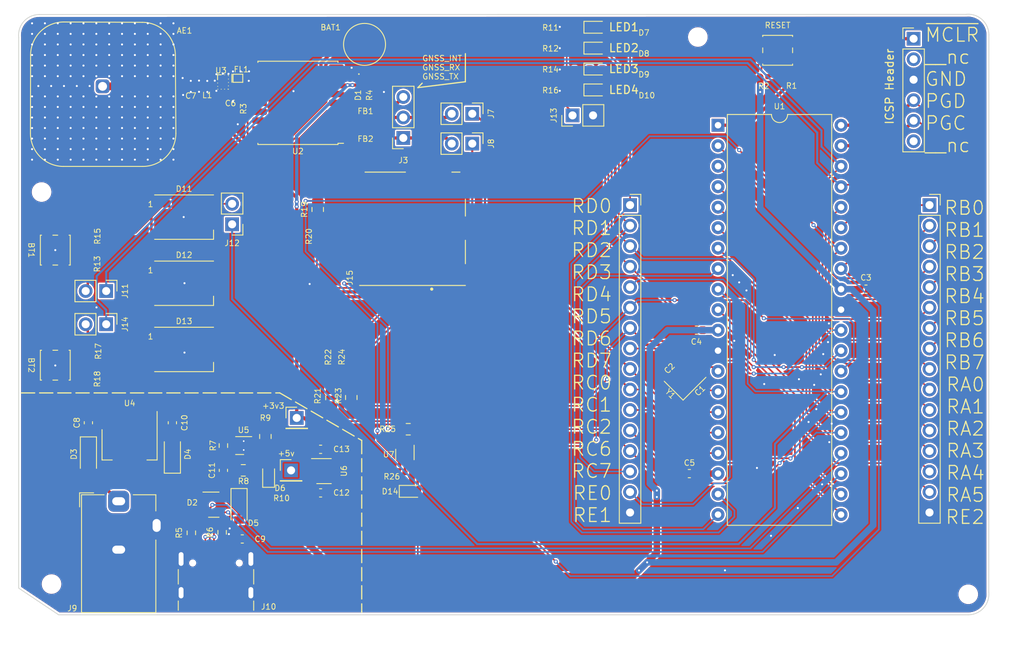
<source format=kicad_pcb>
(kicad_pcb (version 20221018) (generator pcbnew)
  (title_block (date "2023-11-16") (rev "0"))
  (layers (0 "F.Cu" signal) (31 "B.Cu" signal) (34 "B.Paste" user) (35 "F.Paste" user) (36 "B.SilkS" user "B.Silkscreen") (37 "F.SilkS" user "F.Silkscreen") (38 "B.Mask" user) (39 "F.Mask" user) (44 "Edge.Cuts" user))
  (net 0 "")
  (net 1 "Net-(AE1-Pad1)")
  (net 2 "GND")
  (net 3 "Net-(BAT1-+)")
  (net 4 "+3.3V")
  (net 5 "+5V")
  (net 6 "Net-(U2-RXD)")
  (net 7 "Net-(U1-RA6{slash}OSC2{slash}CLKO)")
  (net 8 "Net-(U1-OSC1{slash}CLKI)")
  (net 9 "Net-(U2-TXD)")
  (net 10 "Net-(FL1-IN)")
  (net 11 "Net-(FL1-OUT)")
  (net 12 "Net-(U3-RFIN)")
  (net 13 "Net-(C7-Pad1)")
  (net 14 "Net-(U1-VUSB)")
  (net 15 "Net-(D7-K)")
  (net 16 "/LED1")
  (net 17 "Net-(D8-K)")
  (net 18 "/LED2")
  (net 19 "Net-(D9-K)")
  (net 20 "/LED3")
  (net 21 "Net-(D10-K)")
  (net 22 "Net-(D11-DOUT)")
  (net 23 "Net-(D11-DIN)")
  (net 24 "/Power_supply/VUSB")
  (net 25 "/LED4")
  (net 26 "Net-(D12-DOUT)")
  (net 28 "Net-(D14-K)")
  (net 29 "Net-(D3-K)")
  (net 30 "/TX_AUX")
  (net 31 "/RX_AUX")
  (net 32 "Net-(D4-A)")
  (net 33 "/Power_supply/VeFUSE")
  (net 34 "/D_P")
  (net 35 "/GNSS_INT")
  (net 36 "/D_N")
  (net 39 "/LED_CONTROL")
  (net 40 "/TEMP_CS")
  (net 41 "/Power_supply/VJACK")
  (net 42 "Net-(D6-K)")
  (net 43 "/~{MCLR}")
  (net 44 "/RD7")
  (net 45 "/RC2")
  (net 46 "/RC6")
  (net 47 "/RE0")
  (net 48 "/PGD")
  (net 49 "/PGC")
  (net 58 "/SD_CS")
  (net 59 "/MOSI")
  (net 60 "/SCK")
  (net 61 "/MISO")
  (net 62 "/RE1")
  (net 63 "/RB2")
  (net 64 "Net-(U5-EN)")
  (net 65 "Net-(U5-ILIM)")
  (net 68 "/RB3")
  (net 69 "/BT1")
  (net 70 "/BT2")
  (net 71 "/RA0")
  (net 72 "/RA1")
  (net 73 "/RA2")
  (net 74 "/RA3")
  (net 75 "/RA4")
  (net 76 "/RA5")
  (net 77 "/RE2")
  (net 78 "Net-(J10-CC1)")
  (net 80 "Net-(J10-CC2)")
  (net 82 "Net-(J11-Pin_2)")
  (net 83 "Net-(J13-Pin_1)")
  (net 84 "Net-(J14-Pin_2)")
  (net 86 "Net-(J15-DAT3{slash}CD)")
  (net 87 "Net-(J15-CMD)")
  (net 88 "Net-(J15-CLK)")
  (net 92 "Net-(R1-Pad1)")
  (net 93 "Net-(R13-Pad1)")
  (net 94 "Net-(R17-Pad1)")
  (net 95 "Net-(U7-~{ALERT})")
  (net 96 "Net-(J3-Pin_2)")
  (net 97 "Net-(J3-Pin_1)")
  (footprint "+Phygitall:Filter_1109-5_1.1x0.9mm" (layer "F.Cu") (at 111.105 69.96)
    (fp_text reference "FL1")
    (fp_text value "SAFEA1G58KA0F00R15")
  )
  (footprint "+Phygitall:R_0805_2012Metric" (layer "F.Cu") (at 125.15 109.53 -90)
    (fp_text reference "R23")
    (fp_text value "2k2")
  )
  (footprint "+Phygitall:LED_0603_1608Metric" (layer "F.Cu") (at 155.4455 63.638)
    (fp_text reference "D7")
    (fp_text value "LTST-C193KRKT-2A")
  )
  (footprint "+Phygitall:PinHeader_1x02_P2.54mm_Vertical" (layer "F.Cu") (at 152.55 74.56 90)
    (fp_text reference "J13")
    (fp_text value "PinHeader_01x02_P2.54mm_Vertical")
  )
  (footprint "+Phygitall:LED_WS2812B_PLCC4_5.0x5.0mm_P3.2mm" (layer "F.Cu") (at 104.44 95.37)
    (fp_text reference "D12")
    (fp_text value "WS2812B")
  )
  (footprint "+Phygitall:PinHeader_1x02_P2.54mm_Vertical" (layer "F.Cu") (at 110.39 88.06 180)
    (fp_text reference "J12")
    (fp_text value "PinHeader_01x02_P2.54mm_Vertical")
  )
  (footprint "+Phygitall:SW_Push_SPST_TopActuated_Shouhan_TS3315A" (layer "F.Cu") (at 88.49 105.52 -90)
    (fp_text reference "SW3" hide)
    (fp_text value "SW_Push_Shouhan_TS3315A")
  )
  (footprint "+Phygitall:R_0402_1005Metric" (layer "F.Cu") (at 122.29 106.475 -90)
    (fp_text reference "R22")
    (fp_text value "3k3")
  )
  (footprint "+Phygitall:Microdiode_SOD-123FL" (layer "F.Cu") (at 111.248 123.06 -90)
    (fp_text reference "D5")
    (fp_text value "DSK24_K24")
  )
  (footprint "+Phygitall:C_0603_1608Metric" (layer "F.Cu") (at 121.349998 121.350001)
    (fp_text reference "C12")
    (fp_text value "22uF")
  )
  (footprint "+Phygitall:R_0402_1005Metric" (layer "F.Cu") (at 127.19 70.26 -90)
    (fp_text reference "R4")
    (fp_text value "0R")
  )
  (footprint "Connector_PinSocket_2.54mm:PinSocket_1x03_P2.54mm_Vertical" (layer "F.Cu") (at 131.59 77.36 180)
    (fp_text reference "J3")
    (fp_text value "Conn_01x03")
  )
  (footprint "MountingHole:MountingHole_2.2mm_M2" (layer "F.Cu") (at 201.56 133.92)
    (fp_text reference "H2" hide)
    (fp_text value "MountingHole")
  )
  (footprint "+Phygitall:R_0402_1005Metric" (layer "F.Cu") (at 92.517001 92.98 -90)
    (fp_text reference "R13")
    (fp_text value "470R")
  )
  (footprint "+Phygitall:atgm336h" (layer "F.Cu") (at 118.54 73.01 180)
    (fp_text reference "U2")
    (fp_text value "ATGM336H-5N-31")
  )
  (footprint "+Phygitall:C_0603_1608Metric" (layer "F.Cu") (at 111.648 127.06)
    (fp_text reference "C9")
    (fp_text value "0.1uF")
  )
  (footprint "+Phygitall:R_0402_1005Metric" (layer "F.Cu") (at 92.516999 89.540001 90)
    (fp_text reference "R15")
    (fp_text value "10k")
  )
  (footprint "+Phygitall:LED_WS2812B_PLCC4_5.0x5.0mm_P3.2mm" (layer "F.Cu") (at 104.44 103.57)
    (fp_text reference "D13")
    (fp_text value "WS2812B")
  )
  (footprint "+Phygitall:R_0805_2012Metric" (layer "F.Cu") (at 120.99 86.2225 90)
    (fp_text reference "R19")
    (fp_text value "2k2")
  )
  (footprint "+Phygitall:R_0603_1608Metric" (layer "F.Cu") (at 109.31 115.485 90)
    (fp_text reference "R7")
    (fp_text value "332k")
  )
  (footprint "+Phygitall:C_0603_1608Metric" (layer "F.Cu") (at 92.59 112.66 90)
    (fp_text reference "C8")
    (fp_text value "10uF")
  )
  (footprint "+Phygitall:D_0402_1006Metric" (layer "F.Cu") (at 126.090001 70.372499 -90)
    (fp_text reference "D1")
    (fp_text value "CDBQC0240LR-HF")
  )
  (footprint "+Phygitall:SDCARD_MOLEX_503398-1892" (layer "F.Cu") (at 132.73 88.6175 180)
    (fp_text reference "J15")
    (fp_text value "Micro_SD_Card_Det")
  )
  (footprint "+Phygitall:C_0603_1608Metric" (layer "F.Cu") (at 109.31 118.56 -90)
    (fp_text reference "C11")
    (fp_text value "100nF")
  )
  (footprint "+Phygitall:C_0603_1608Metric" (layer "F.Cu") (at 102.99 112.66 90)
    (fp_text reference "C10")
    (fp_text value "0.1uF")
  )
  (footprint "+Phygitall:C_0603_1608Metric" (layer "F.Cu") (at 167.89 101.18 180)
    (fp_text reference "C4")
    (fp_text value "10uF")
  )
  (footprint "+Phygitall:PinHeader_1x01_P2.54mm_Vertical" (layer "F.Cu") (at 118.39 112.06)
    (fp_text reference "J1" hide)
    (fp_text value "PinHeader_01x01_P2.54mm_Vertical")
  )
  (footprint "+Phygitall:L_0402_1005Metric" (layer "F.Cu") (at 107.307 70.963033 180)
    (fp_text reference "L1")
    (fp_text value "6.8nH")
  )
  (footprint "+Phygitall:PinHeader_1x02_P2.54mm_Vertical" (layer "F.Cu") (at 140.13 74.36 -90)
    (fp_text reference "J7")
    (fp_text value "PinHeader_01x02_P2.54mm_Vertical")
  )
  (footprint "+Phygitall:SW_Push_SPST_TopActuated_Shouhan_TS3315A" (layer "F.Cu") (at 88.49 91.26 -90)
    (fp_text reference "SW2" hide)
    (fp_text value "SW_Push_Shouhan_TS3315A")
  )
  (footprint "MountingHole:MountingHole_2.2mm_M2" (layer "F.Cu") (at 168.07 64.85)
    (fp_text reference "H1" hide)
    (fp_text value "MountingHole")
  )
  (footprint "+Phygitall:Molex-2088900001-GPS-Ceramic_Antenna" (layer "F.Cu") (at 85.347602 80.943033)
    (fp_text reference "AE1")
    (fp_text value "2088900001")
  )
  (footprint "+Phygitall:R_0402_1005Metric" (layer "F.Cu") (at 114.91 121.7725 90)
    (fp_text reference "R10")
    (fp_text value "560")
  )
  (footprint "+Phygitall:L_0402_1005Metric" (layer "F.Cu") (at 126.905 76.31 180)
    (fp_text reference "FB2")
    (fp_text value "Ferrite_Bead-BLM15HD102SN1D")
  )
  (footprint "MountingHole:MountingHole_2.2mm_M2" (layer "F.Cu") (at 86.79 84.06)
    (fp_text reference "H4" hide)
    (fp_text value "MountingHole")
  )
  (footprint "+Phygitall:PinHeader_1x01_P2.54mm_Vertical" (layer "F.Cu") (at 117.69 118.56)
    (fp_text reference "J2" hide)
    (fp_text value "PinHeader_01x01_P2.54mm_Vertical")
  )
  (footprint "+Phygitall:Texas_DRV0006A_WSON-6-1EP_2x2mm_P0.65mm_EP1x1.6mm_ThermalVias" (layer "F.Cu") (at 111.822501 115.485 180)
    (fp_text reference "U5")
    (fp_text value "TPS25200")
  )
  (footprint "+Phygitall:LED_WS2812B_PLCC4_5.0x5.0mm_P3.2mm" (layer "F.Cu") (at 104.44 87.17)
    (fp_text reference "D11")
    (fp_text value "WS2812B")
  )
  (footprint "Package_TO_SOT_SMD:SOT-223-3_TabPin2" (layer "F.Cu") (at 97.69 115.36 -90)
    (fp_text reference "U4")
    (fp_text value "AMS1117-5.0")
  )
  (footprint "+Phygitall:Microdiode_SOD-123FL" (layer "F.Cu") (at 102.99 116.66 90)
    (fp_text reference "D4")
    (fp_text value "DSK24_K24")
  )
  (footprint "+Phygitall:R_0805_2012Metric" (layer "F.Cu") (at 111.7725 118.56)
    (fp_text reference "R8")
    (fp_text value "0R")
  )
  (footprint "+Phygitall:R_0402_1005Metric" (layer "F.Cu") (at 120.89 89.575 -90)
    (fp_text reference "R20")
    (fp_text value "3k3")
  )
  (footprint "+Phygitall:C_0603_1608Metric" (layer "F.Cu") (at 188.89 96.1)
    (fp_text reference "C3")
    (fp_text value "10uF")
  )
  (footprint "+Phygitall:R_0402_1005Metric" (layer "F.Cu") (at 92.516999 107.239999 -90)
    (fp_text reference "R18")
    (fp_text value "10k")
  )
  (footprint "+Phygitall:R_0603_1608Metric" (layer "F.Cu") (at 109.152 126.237 -90)
    (fp_text reference "R6")
    (fp_text value "5.1k")
  )
  (footprint "+Phygitall:PinHeader_1x02_P2.54mm_Vertical" (layer "F.Cu") (at 94.792001 100.450001 -90)
    (fp_text reference "J14")
    (fp_text value "PinHeader_01x02_P2.54mm_Vertical")
  )
  (footprint "+Phygitall:C_0603_1608Metric" (layer "F.Cu") (at 167.015 118.96 180)
    (fp_text reference "C5")
    (fp_text value "470nF")
  )
  (footprint "+Phygitall:R_0805_2012Metric" (layer "F.Cu") (at 122.69 109.56 -90)
    (fp_text reference "R21")
    (fp_text value "2k2")
  )
  (footprint "+Phygitall:L_0402_1005Metric" (layer "F.Cu") (at 126.905 75.21)
    (fp_text reference "FB1")
    (fp_text value "Ferrite_Bead-BLM15HD102SN1D")
  )
  (footprint "+Phygitall:SW_Push_SPST_TopActuated_Shouhan_TS3315A" (layer "F.Cu") (at 177.955001 66.494002 180)
    (fp_text reference "SW1" hide)
    (fp_text value "SW_Push_Shouhan_TS3315A")
  )
  (footprint "+Phygitall:LED_0603_1608Metric" (layer "F.Cu") (at 155.4455 71.408)
    (fp_text reference "D10")
    (fp_text value "LTST-C193KRKT-2A")
  )
  (footprint "Package_TO_SOT_SMD:SOT-143" (layer "F.Cu") (at 108.12 122.81)
    (fp_text reference "D2")
    (fp_text value "SP0503BAHT")
  )
  (footprint "MountingHole:MountingHole_2.2mm_M2" (layer "F.Cu") (at 88.022 132.65)
    (fp_text reference "H3" hide)
    (fp_text value "MountingHole")
  )
  (footprint "+Phygitall:USB_C_Receptacle_GCT_USB4105-xx-A_16P_TopMnt_Horizontal" (layer "F.Cu") (at 108.39 132.65)
    (fp_text reference "J10")
    (fp_text value "USB_C_Receptacle")
  )
  (footprint "+Phygitall:Torex_SOT-25" (layer "F.Cu") (at 121.77 118.65)
    (fp_text reference "U6")
    (fp_text value "XC6210B332MR")
  )
  (footprint "Connector_PinSocket_2.54mm:PinSocket_1x16_P2.54mm_Vertical" (layer "F.Cu") (at 159.674 85.68)
    (fp_text reference "J5" hide)
    (fp_text value "Conn_01x16")
  )
  (footprint "+Phygitall:R_0402_1005Metric" (layer "F.Cu") (at 111.69 71.76 90)
    (fp_text reference "R3")
    (fp_text value "4.7k")
  )
  (footprint "+Phygitall:R_0402_1005Metric" (layer "F.Cu") (at 131.789999 119.344999 -90)
    (fp_text reference "R26")
    (fp_text value "1k")
  )
  (footprint "+Phygitall:C_0603_1608Metric" (layer "F.Cu") (at 121.349999 115.949999 180)
    (fp_text reference "C13")
    (fp_text value "22uF")
  )
  (footprint "+Phygitall:BarrelJack_CUI_PJ-102AH_Horizontal" (layer "F.Cu") (at 96.34 122.386)
    (fp_text reference "J9")
    (fp_text value "Barrel_Jack_Switch_CUI_PJ-102AH")
  )
  (footprint "Package_DIP:DIP-40_W15.24mm" (layer "F.Cu") (at 170.566 75.78)
    (fp_text reference "U1")
    (fp_text value "PIC18F4550-IP")
  )
  (footprint "Connector_PinSocket_2.54mm:PinSocket_1x16_P2.54mm_Vertical" (layer "F.Cu") (at 196.758 85.68)
    (fp_text reference "J6" hide)
    (fp_text value "Conn_01x16")
  )
  (footprint "+Phygitall:C_0402_1005Metric" (layer "F.Cu") (at 105.275 70.963033 180)
    (fp_text reference "C7")
    (fp_text value "470pF")
  )
  (footprint "+Phygitall:R_0402_1005Metric" (layer "F.Cu") (at 123.95 106.42 -90)
    (fp_text reference "R24")
    (fp_text value "3k3")
  )
  (footprint "+Phygitall:LED_0603_1608Metric" (layer "F.Cu") (at 155.4455 68.818)
    (fp_text reference "D9")
    (fp_text value "LTST-C193KRKT-2A")
  )
  (footprint "+Phygitall:R_0603_1608Metric" (layer "F.Cu") (at 105.342 126.3 -90)
    (fp_text reference "R5")
    (fp_text value "5.1k")
  )
  (footprint "+Phygitall:R_0805_2012Metric" (layer "F.Cu") (at 132.199999 113.460001)
    (fp_text reference "R25")
    (fp_text value "10k")
  )
  (footprint "+Phygitall:AT2659" (layer "F.Cu") (at 109.27 70.46 -90)
    (fp_text reference "U3")
    (fp_text value "AT2659" hide)
  )
  (footprint "Crystal:Crystal_SMD_3225-4Pin_3.2x2.5mm" (layer "F.Cu") (at 166.49 107.27049 45)
    (fp_text reference "Y1")
    (fp_text value "X1E0000210624")
  )
  (footprint "+Phygitall:LED_0603_1608Metric" (layer "F.Cu") (at 155.4455 66.228)
    (fp_text reference "D8")
    (fp_text value "LTST-C193KRKT-2A")
  )
  (footprint "+Phygitall:C_0402_1005Metric" (layer "F.Cu") (at 110.19 71.86)
    (fp_text reference "C6")
    (fp_text value "33nF")
  )
  (footprint "+Phygitall:C_0402_1005Metric" (layer "F.Cu") (at 167.19 109.755294 45)
    (fp_text reference "C1")
    (fp_text value "22pF")
  )
  (footprint "+Phygitall:R_0402_1005Metric" (layer "F.Cu") (at 92.516999 103.799999 90)
    (fp_text reference "R17")
    (fp_text value "470R")
  )
  (footprint "+Phygitall:R_0402_1005Metric" (layer "F.Cu") (at 176.235004 69.76 180)
    (fp_text reference "R2")
    (fp_text value "10k")
  )
  (footprint "+Phygitall:LED_0603_1608Metric" (layer "F.Cu") (at 114.91 119.1725 90)
    (fp_text reference "D6")
    (fp_text value "LTST-C193KRKT-2A")
  )
  (footprint "+Phygitall:Microdiode_SOD-123FL" (layer "F.Cu") (at 92.59 116.66 -90)
    (fp_text reference "D3")
    (fp_text value "DSK24_K24")
  )
  (footprint "+Phygitall:R_0805_2012Metric" (layer "F.Cu") (at 114.51 114.36 90)
    (fp_text reference "R9")
    (fp_text value "120k")
  )
  (footprint "+Phygitall:PinHeader_1x02_P2.54mm_Vertical" (layer "F.Cu") (at 140.13 78.06 -90)
    (fp_text reference "J8")
    (fp_text value "PinHeader_01x02_P2.54mm_Vertical")
  )
  (footprint "+Phygitall:R_0402_1005Metric" (layer "F.Cu") (at 152.31 68.818)
    (fp_text reference "R14")
    (fp_text value "1k")
  )
  (footprint "+Phygitall:LED_0603_1608Metric" (layer "F.Cu") (at 132.5775 121.16)
    (fp_text reference "D14")
    (fp_text value "LTST-C193KRKT-2A")
  )
  (footprint "+Phygitall:R_0402_1005Metric" (layer "F.Cu") (at 152.31 63.638)
    (fp_text reference "R11")
    (fp_text value "1k")
  )
  (footprint "+Phygitall:pSemi_SC-70-6" (layer "F.Cu") (at 131.79 116.591501 -90)
    (fp_text reference "U7")
    (fp_text value "TMP126")
  )
  (footprint "+Phygitall:Battery_Seiko_MS412FE_D4.8mm" (layer "F.Cu") (at 126.79 65.76 90)
    (fp_text reference "BAT1")
    (fp_text value "~")
  )
  (footprint "+Phygitall:R_0402_1005Metric" (layer "F.Cu") (at 152.31 66.228)
    (fp_text reference "R12")
    (fp_text value "1k")
  )
  (footprint "+Phygitall:R_0402_1005Metric" (layer "F.Cu") (at 152.31 71.408)
    (fp_text reference "R16")
    (fp_text value "1k")
  )
  (footprint "+Phygitall:R_0402_1005Metric" (layer "F.Cu") (at 179.675 69.76)
    (fp_text reference "R1")
    (fp_text value "470R")
  )
  (footprint "+Phygitall:C_0402_1005Metric" (layer "F.Cu") (at 165.79 104.773368 45)
    (fp_text reference "C2")
    (fp_text value "22pF")
  )
  (footprint "+Phygitall:PinHeader_1x06_P2.54mm_Vertical" (layer "F.Cu") (at 194.79 65.06)
    (fp_text reference "J4" hide)
    (fp_text value "PinHeader_01x06_P2.54mm_Vertical")
  )
  (footprint "+Phygitall:PinHeader_1x02_P2.54mm_Vertical" (layer "F.Cu") (at 94.792 96.33 -90)
    (fp_text reference "J11")
    (fp_text value "PinHeader_01x02_P2.54mm_Vertical")
  )
  (gr_line (start 133.39 71.12) (end 133.93 70.57) (stroke (width 0.15)) (layer "F.SilkS"))
  (gr_line (start 116.29 108.96) (end 126.44 114.85) (stroke (width 0.15) (type dash)) (layer "F.SilkS"))
  (gr_line (start 84.29 108.96) (end 116.29 108.96) (stroke (width 0.15) (type dash)) (layer "F.SilkS"))
  (gr_line (start 139.28 66.91) (end 139.28 70.39) (stroke (width 0.15)) (layer "F.SilkS"))
  (gr_line (start 126.44 114.85) (end 126.44 136.15) (stroke (width 0.15) (type dash)) (layer "F.SilkS"))
  (gr_line (start 139.28 70.39) (end 133.39 71.12) (stroke (width 0.15)) (layer "F.SilkS"))
  (gr_line (start 83.958003 64.868666) (end 83.958 133.158) (stroke (width 0.1)) (layer "Edge.Cuts"))
  (gr_line (start 204.099999 133.65333) (end 204.112668 64.578) (stroke (width 0.1)) (layer "Edge.Cuts"))
  (gr_arc (start 83.958003 64.868666) (mid 84.605334 62.901837) (end 86.498001 62.061998) (stroke (width 0.1)) (layer "Edge.Cuts"))
  (gr_line (start 201.56 136.46) (end 88.898682 136.46) (stroke (width 0.1)) (layer "Edge.Cuts"))
  (gr_arc (start 201.306 62.038) (mid 203.272854 62.685318) (end 204.112668 64.578) (stroke (width 0.1)) (layer "Edge.Cuts"))
  (gr_line (start 86.498001 62.061998) (end 201.306 62.038) (stroke (width 0.1)) (layer "Edge.Cuts"))
  (gr_line (start 83.958 133.158) (end 88.898682 136.46) (stroke (width 0.1)) (layer "Edge.Cuts"))
  (gr_arc (start 204.099999 133.65333) (mid 203.45267 135.620162) (end 201.56 136.46) (stroke (width 0.1)) (layer "Edge.Cuts"))
  (gr_text "GNSS_INT\nGNSS_RX\nGNSS_TX" (at 133.89 70.16) (layer "F.SilkS") (effects (font (size 0.7 0.7) (thickness 0.1)) (justify left bottom)))
  (gr_text "RB0\nRB1\nRB2\nRB3\nRB4\nRB5\nRB6\nRB7\nRA0\nRA1\nRA2\nRA3\nRA4\nRA5\nRE2" (at 203.7 125.34) (layer "F.SilkS") (effects (font (size 1.7 1.7)) (justify right bottom)))
  (gr_text "ICSP Header" (at 192.4 75.77 90) (layer "F.SilkS") (effects (font (size 1 1)) (justify left bottom)))
  (gr_text "RD0\nRD1\nRD2\nRD3\nRD4\nRD5\nRD6\nRD7\nRC0\nRC1\nRC2\nRC6\nRC7\nRE0\nRE1" (at 157.53 125.11) (layer "F.SilkS") (effects (font (size 1.7 1.7)) (justify right bottom)))
  (gr_text "~{MCLR}\n__nc\nGND\nPGD\nPGC\n__nc" (at 196.12 79.26) (layer "F.SilkS") (effects (font (size 1.7 1.7)) (justify left bottom)))
  (segment (start 104.473033 70.963033) (end 104.48 70.97) (width 0.964992) (layer "F.Cu") (net 1))
  (segment (start 94.347602 70.963033) (end 104.473033 70.963033) (width 0.964992) (layer "F.Cu") (net 1))
  (via (at 90.388182 69.7) (size 0.5) (drill 0.25) (layers "F.Cu" "B.Cu") (net 2))
  (via (at 91.98 69.7) (size 0.5) (drill 0.25) (layers "F.Cu" "B.Cu") (net 2))
  (via (at 93.571818 67.08) (size 0.5) (drill 0.25) (layers "F.Cu" "B.Cu") (net 2))
  (via (at 93.571818 76.129998) (size 0.5) (drill 0.25) (layers "F.Cu" "B.Cu") (net 2))
  (via (at 96.755454 77.436664) (size 0.5) (drill 0.25) (layers "F.Cu" "B.Cu") (net 2))
  (via (at 87.204546 74.823332) (size 0.5) (drill 0.25) (layers "F.Cu" "B.Cu") (net 2))
  (via (at 184.35 115.06) (size 0.5) (drill 0.25) (layers "F.Cu" "B.Cu") (net 2))
  (via (at 93.571818 80.05) (size 0.5) (drill 0.25) (layers "F.Cu" "B.Cu") (net 2))
  (via (at 95.163636 74.823332) (size 0.5) (drill 0.25) (layers "F.Cu" "B.Cu") (net 2))
  (via (at 101.530908 67.08) (size 0.5) (drill 0.25) (layers "F.Cu" "B.Cu") (net 2))
  (via (at 95.163636 78.74333) (size 0.5) (drill 0.25) (layers "F.Cu" "B.Cu") (net 2))
  (via (at 91.98 64.46) (size 0.5) (drill 0.25) (layers "F.Cu" "B.Cu") (net 2))
  (via (at 96.755454 72.21) (size 0.5) (drill 0.25) (layers "F.Cu" "B.Cu") (net 2))
  (via (at 95.163636 68.39) (size 0.5) (drill 0.25) (layers "F.Cu" "B.Cu") (net 2))
  (via (at 177.13 126.67) (size 0.5) (drill 0.25) (layers "F.Cu" "B.Cu") (net 2))
  (via (at 87.204546 72.21) (size 0.5) (drill 0.25) (layers "F.Cu" "B.Cu") (net 2))
  (via (at 87.204546 69.7) (size 0.5) (drill 0.25) (layers "F.Cu" "B.Cu") (net 2))
  (via (at 85.612728 77.436664) (size 0.5) (drill 0.25) (layers "F.Cu" "B.Cu") (net 2))
  (via (at 150.975 66.233334) (size 0.5) (drill 0.25) (layers "F.Cu" "B.Cu") (net 2))
  (via (at 101.530908 72.21) (size 0.5) (drill 0.25) (layers "F.Cu" "B.Cu") (net 2))
  (via (at 101.530908 68.39) (size 0.5) (drill 0.25) (layers "F.Cu" "B.Cu") (net 2))
  (via (at 91.98 63.15) (size 0.5) (drill 0.25) (layers "F.Cu" "B.Cu") (net 2))
  (via (at 89.565 70.92) (size 0.5) (drill 0.25) (layers "F.Cu" "B.Cu") (net 2))
  (via (at 87.9775 70.92) (size 0.5) (drill 0.25) (layers "F.Cu" "B.Cu") (net 2))
  (via (at 85.612728 80.05) (size 0.5) (drill 0.25) (layers "F.Cu" "B.Cu") (net 2))
  (via (at 103.122728 76.129998) (size 0.5) (drill 0.25) (layers "F.Cu" "B.Cu") (net 2))
  (via (at 99.93909 72.21) (size 0.5) (drill 0.25) (layers "F.Cu" "B.Cu") (net 2))
  (via (at 85.612728 64.46) (size 0.5) (drill 0.25) (layers "F.Cu" "B.Cu") (net 2))
  (via (at 90.388182 64.46) (size 0.5) (drill 0.25) (layers "F.Cu" "B.Cu") (net 2))
  (via (at 104.26 69.93) (size 0.5) (drill 0.25) (layers "F.Cu" "B.Cu") (net 2))
  (via (at 95.163636 76.129998) (size 0.5) (drill 0.25) (layers "F.Cu" "B.Cu") (net 2))
  (via (at 92.74 70.92) (size 0.5) (drill 0.25) (layers "F.Cu" "B.Cu") (net 2))
  (via (at 93.571818 65.77) (size 0.5) (drill 0.25) (layers "F.Cu" "B.Cu") (net 2))
  (via (at 87.204546 67.08) (size 0.5) (drill 0.25) (layers "F.Cu" "B.Cu") (net 2))
  (via (at 98.347272 74.823332) (size 0.5) (drill 0.25) (layers "F.Cu" "B.Cu") (net 2))
  (via (at 93.571818 77.436664) (size 0.5) (drill 0.25) (layers "F.Cu" "B.Cu") (net 2))
  (via (at 119.99 95.46) (size 0.5) (drill 0.25) (layers "F.Cu" "B.Cu") (net 2))
  (via (at 101.530908 78.74333) (size 0.5) (drill 0.25) (layers "F.Cu" "B.Cu") (net 2))
  (via (at 183.29 106.66) (size 0.5) (drill 0.25) (layers "F.Cu" "B.Cu") (net 2))
  (via (at 98.347272 65.77) (size 0.5) (drill 0.25) (layers "F.Cu" "B.Cu") (net 2))
  (via (at 90.388182 76.129998) (size 0.5) (drill 0.25) (layers "F.Cu" "B.Cu") (net 2))
  (via (at 95.163636 64.46) (size 0.5) (drill 0.25) (layers "F.Cu" "B.Cu") (net 2))
  (via (at 88.796364 77.436664) (size 0.5) (drill 0.25) (layers "F.Cu" "B.Cu") (net 2))
  (via (at 88.796364 76.129998) (size 0.5) (drill 0.25) (layers "F.Cu" "B.Cu") (net 2))
  (via (at 95.163636 69.7) (size 0.5) (drill 0.25) (layers "F.Cu" "B.Cu") (net 2))
  (via (at 103.122728 77.436664) (size 0.5) (drill 0.25) (layers "F.Cu" "B.Cu") (net 2))
  (via (at 85.612728 68.39) (size 0.5) (drill 0.25) (layers "F.Cu" "B.Cu") (net 2))
  (via (at 105.27 70.28) (size 0.5) (drill 0.25) (layers "F.Cu" "B.Cu") (net 2))
  (via (at 105.27 71.65) (size 0.5) (drill 0.25) (layers "F.Cu" "B.Cu") (net 2))
  (via (at 184.65 112.77) (size 0.5) (drill 0.25) (layers "F.Cu" "B.Cu") (net 2))
  (via (at 101.530908 76.129998) (size 0.5) (drill 0.25) (layers "F.Cu" "B.Cu") (net 2))
  (via (at 95.163636 67.08) (size 0.5) (drill 0.25) (layers "F.Cu" "B.Cu") (net 2))
  (via (at 183.46 120.29) (size 0.5) (drill 0.25) (layers "F.Cu" "B.Cu") (net 2))
  (via (at 96.755454 67.08) (size 0.5) (drill 0.25) (layers "F.Cu" "B.Cu") (net 2))
  (via (at 111.44 69.11) (size 0.5) (drill 0.25) (layers "F.Cu" "B.Cu") (net 2))
  (via (at 182.476444 107.963556) (size 0.5) (drill 0.25) (layers "F.Cu" "B.Cu") (net 2))
  (via (at 88.796364 64.46) (size 0.5) (drill 0.25) (layers "F.Cu" "B.Cu") (net 2))
  (via (at 104.32 72.03) (size 0.5) (drill 0.25) (layers "F.Cu" "B.Cu") (net 2))
  (via (at 90.388182 77.436664) (size 0.5) (drill 0.25) (layers "F.Cu" "B.Cu") (net 2))
  (via (at 103.122728 78.74333) (size 0.5) (drill 0.25) (layers "F.Cu" "B.Cu") (net 2))
  (via (at 108.44 71.52) (size 0.5) (drill 0.25) (layers "F.Cu" "B.Cu") (net 2))
  (via (at 87.204546 63.15) (size 0.5) (drill 0.25) (layers "F.Cu" "B.Cu") (net 2))
  (via (at 101.530908 74.823332) (size 0.5) (drill 0.25) (layers "F.Cu" "B.Cu") (net 2))
  (via (at 95.163636 77.436664) (size 0.5) (drill 0.25) (layers "F.Cu" "B.Cu") (net 2))
  (via (at 99.93909 63.15) (size 0.5) (drill 0.25) (layers "F.Cu" "B.Cu") (net 2))
  (via (at 87.204546 77.436664) (size 0.5) (drill 0.25) (layers "F.Cu" "B.Cu") (net 2))
  (via (at 107.32 71.66) (size 0.5) (drill 0.25) (layers "F.Cu" "B.Cu") (net 2))
  (via (at 93.571818 68.39) (size 0.5) (drill 0.25) (layers "F.Cu" "B.Cu") (net 2))
  (via (at 104.39 87.16) (size 0.5) (drill 0.25) (layers "F.Cu" "B.Cu") (net 2))
  (via (at 98.347272 77.436664) (size 0.5) (drill 0.25) (layers "F.Cu" "B.Cu") (net 2))
  (via (at 98.347272 73.516666) (size 0.5) (drill 0.25) (layers "F.Cu" "B.Cu") (net 2))
  (via (at 184.3 100.35) (size 0.5) (drill 0.25) (layers "F.Cu" "B.Cu") (net 2))
  (via (at 104.49 103.96) (size 0.5) (drill 0.25) (layers "F.Cu" "B.Cu") (net 2))
  (via (at 87.204546 73.516666) (size 0.5) (drill 0.25) (layers "F.Cu" "B.Cu") (net 2))
  (via (at 101.530908 77.436664) (size 0.5) (drill 0.25) (layers "F.Cu" "B.Cu") (net 2))
  (via (at 103.122728 80.05) (size 0.5) (drill 0.25) (layers "F.Cu" "B.Cu") (net 2))
  (via (at 173.19 95.26) (size 0.5) (drill 0.25) (layers "F.Cu" "B.Cu") (net 2))
  (via (at 88.796364 80.05) (size 0.5) (drill 0.25) (layers "F.Cu" "B.Cu") (net 2))
  (via (at 96.755454 76.129998) (size 0.5) (drill 0.25) (layers "F.Cu" "B.Cu") (net 2))
  (via (at 98.347272 64.46) (size 0.5) (drill 0.25) (layers "F.Cu" "B.Cu") (net 2))
  (via (at 91.98 73.516666) (size 0.5) (drill 0.25) (layers "F.Cu" "B.Cu") (net 2))
  (via (at 91.98 72.21) (size 0.5) (drill 0.25) (layers "F.Cu" "B.Cu") (net 2))
  (via (at 103.122728 65.77) (size 0.5) (drill 0.25) (layers "F.Cu" "B.Cu") (net 2))
  (via (at 110.49 72.81) (size 0.5) (drill 0.25) (layers "F.Cu" "B.Cu") (net 2))
  (via (at 99.93909 80.05) (size 0.5) (drill 0.25) (layers "F.Cu" "B.Cu") (net 2))
  (via (at 183.6 104.15) (size 0.5) (drill 0.25) (layers "F.Cu" "B.Cu") (net 2))
  (via (at 88.49 105.56) (size 0.5) (drill 0.25) (layers "F.Cu" "B.Cu") (net 2))
  (via (at 181.78 112.56) (size 0.5) (drill 0.25) (layers "F.Cu" "B.Cu") (net 2))
  (via (at 93.571818 69.7) (size 0.5) (drill 0.25) (layers "F.Cu" "B.Cu") (net 2))
  (via (at 112.45 70.28) (size 0.5) (drill 0.25) (layers "F.Cu" "B.Cu") (net 2))
  (via (at 106.29 70.25) (size 0.5) (drill 0.25) (layers "F.Cu" "B.Cu") (net 2))
  (via (at 91.98 65.77) (size 0.5) (drill 0.25) (layers "F.Cu" "B.Cu") (net 2))
  (via (at 88.796364 78.74333) (size 0.5) (drill 0.25) (layers "F.Cu" "B.Cu") (net 2))
  (via (at 176.29 107.86) (size 0.5) (drill 0.25) (layers "F.Cu" "B.Cu") (net 2))
  (via (at 101.530908 65.77) (size 0.5) (drill 0.25) (layers "F.Cu" "B.Cu") (net 2))
  (via (at 99.93909 76.129998) (size 0.5) (drill 0.25) (layers "F.Cu" "B.Cu") (net 2))
  (via (at 90.388182 74.823332) (size 0.5) (drill 0.25) (layers "F.Cu" "B.Cu") (net 2))
  (via (at 111.09 75.66) (size 0.5) (drill 0.25) (layers "F.Cu" "B.Cu") (net 2))
  (via (at 85.612728 78.74333) (size 0.5) (drill 0.25) (layers "F.Cu" "B.Cu") (net 2))
  (via (at 90.388182 67.08) (size 0.5) (drill 0.25) (layers "F.Cu" "B.Cu") (net 2))
  (via (at 101.530908 80.05) (size 0.5) (drill 0.25) (layers "F.Cu" "B.Cu") (net 2))
  (via (at 99.93909 65.77) (size 0.5) (drill 0.25) (layers "F.Cu" "B.Cu") (net 2))
  (via (at 96.755454 68.39) (size 0.5) (drill 0.25) (layers "F.Cu" "B.Cu") (net 2))
  (via (at 85.612728 76.129998) (size 0.5) (drill 0.25) (layers "F.Cu" "B.Cu") (net 2))
  (via (at 182.74 110.97) (size 0.5) (drill 0.25) (layers "F.Cu" "B.Cu") (net 2))
  (via (at 88.796364 63.15) (size 0.5) (drill 0.25) (layers "F.Cu" "B.Cu") (net 2))
  (via (at 90.388182 63.15) (size 0.5) (drill 0.25) (layers "F.Cu" "B.Cu") (net 2))
  (via (at 93.571818 72.21) (size 0.5) (drill 0.25) (layers "F.Cu" "B.Cu") (net 2))
  (via (at 96.755454 64.46) (size 0.5) (drill 0.25) (layers "F.Cu" "B.Cu") (net 2))
  (via (at 109.24 69.41) (size 0.5) (drill 0.25) (layers "F.Cu" "B.Cu") (net 2))
  (via (at 174.09 96.26) (size 0.5) (drill 0.25) (layers "F.Cu" "B.Cu") (net 2))
  (via (at 91.1525 70.92) (size 0.5) (drill 0.25) (layers "F.Cu" "B.Cu") (net 2))
  (via (at 93.571818 73.516666) (size 0.5) (drill 0.25) (layers "F.Cu" "B.Cu") (net 2))
  (via (at 103.122728 74.823332) (size 0.5) (drill 0.25) (layers "F.Cu" "B.Cu") (net 2))
  (via (at 91.98 68.39) (size 0.5) (drill 0.25) (layers "F.Cu" "B.Cu") (net 2))
  (via (at 99.93909 77.436664) (size 0.5) (drill 0.25) (layers "F.Cu" "B.Cu") (net 2))
  (via (at 85.612728 67.08) (size 0.5) (drill 0.25) (layers "F.Cu" "B.Cu") (net 2))
  (via (at 103.122728 67.08) (size 0.5) (drill 0.25) (layers "F.Cu" "B.Cu") (net 2))
  (via (at 95.163636 72.21) (size 0.5) (drill 0.25) (layers "F.Cu" "B.Cu") (net 2))
  (via (at 88.796364 72.21) (size 0.5) (drill 0.25) (layers "F.Cu" "B.Cu") (net 2))
  (via (at 177.59 104.26) (size 0.5) (drill 0.25) (layers "F.Cu" "B.Cu") (net 2))
  (via (at 180.45 123.23) (size 0.5) (drill 0.25) (layers "F.Cu" "B.Cu") (net 2))
  (via (at 98.347272 78.74333) (size 0.5) (drill 0.25) (layers "F.Cu" "B.Cu") (net 2))
  (via (at 87.204546 64.46) (size 0.5) (drill 0.25) (layers "F.Cu" "B.Cu") (net 2))
  (via (at 90.388182 68.39) (size 0.5) (drill 0.25) (layers "F.Cu" "B.Cu") (net 2))
  (via (at 88.796364 67.08) (size 0.5) (drill 0.25) (layers "F.Cu" "B.Cu") (net 2))
  (via (at 85.612728 72.21) (size 0.5) (drill 0.25) (layers "F.Cu" "B.Cu") (net 2))
  (via (at 106.29 71.64) (size 0.5) (drill 0.25) (layers "F.Cu" "B.Cu") (net 2))
  (via (at 99.93909 68.39) (size 0.5) (drill 0.25) (layers "F.Cu" "B.Cu") (net 2))
  (via (at 103.122728 63.15) (size 0.5) (drill 0.25) (layers "F.Cu" "B.Cu") (net 2))
  (via (at 98.347272 76.129998) (size 0.5) (drill 0.25) (layers "F.Cu" "B.Cu") (net 2))
  (via (at 108.24 70.26) (size 0.5) (drill 0.25) (layers "F.Cu" "B.Cu") (net 2))
  (via (at 110.09 125.76) (size 0.5) (drill 0.25) (layers "F.Cu" "B.Cu") (net 2))
  (via (at 96.755454 73.516666) (size 0.5) (drill 0.25) (layers "F.Cu" "B.Cu") (net 2))
  (via (at 93.571818 64.46) (size 0.5) (drill 0.25) (layers "F.Cu" "B.Cu") (net 2))
  (via (at 112.49 69.11) (size 0.5) (drill 0.25) (layers "F.Cu" "B.Cu") (net 2))
  (via (at 99.93909 74.823332) (size 0.5) (drill 0.25) (layers "F.Cu" "B.Cu") (net 2))
  (via (at 175.39 118.26) (size 0.5) (drill 0.25) (layers "F.Cu" "B.Cu") (net 2))
  (via (at 98.347272 69.7) (size 0.5) (drill 0.25) (layers "F.Cu" "B.Cu") (net 2))
  (via (at 85.612728 74.823332) (size 0.5) (drill 0.25) (layers "F.Cu" "B.Cu") (net 2))
  (via (at 101.530908 63.15) (size 0.5) (drill 0.25) (layers "F.Cu" "B.Cu") (net 2))
  (via (at 87.204546 80.05) (size 0.5) (drill 0.25) (layers "F.Cu" "B.Cu") (net 2))
  (via (at 88.796364 73.516666) (size 0.5) (drill 0.25) (layers "F.Cu" "B.Cu") (net 2))
  (via (at 180.59 107.26) (size 0.5) (drill 0.25) (layers "F.Cu" "B.Cu") (net 2))
  (via (at 99.93909 69.7) (size 0.5) (drill 0.25) (layers "F.Cu" "B.Cu") (net 2))
  (via (at 99.93909 64.46) (size 0.5) (drill 0.25) (layers "F.Cu" "B.Cu") (net 2))
  (via (at 98.347272 80.05) (size 0.5) (drill 0.25) (layers "F.Cu" "B.Cu") (net 2))
  (via (at 98.347272 63.15) (size 0.5) (drill 0.25) (layers "F.Cu" "B.Cu") (net 2))
  (via (at 96.755454 63.15) (size 0.5) (drill 0.25) (layers "F.Cu" "B.Cu") (net 2))
  (via (at 107.31 70.29) (size 0.5) (drill 0.25) (layers "F.Cu" "B.Cu") (net 2))
  (via (at 171.43 130.95) (size 0.5) (drill 0.25) (layers "F.Cu" "B.Cu") (net 2))
  (via (at 85.612728 65.77) (size 0.5) (drill 0.25) (layers "F.Cu" "B.Cu") (net 2))
  (via (at 99.93909 73.516666) (size 0.5) (drill 0.25) (layers "F.Cu" "B.Cu") (net 2))
  (via (at 90.388182 72.21) (size 0.5) (drill 0.25) (layers "F.Cu" "B.Cu") (net 2))
  (via (at 129.19 71.66) (size 0.5) (drill 0.25) (layers "F.Cu" "B.Cu") (net 2))
  (via (at 87.204546 78.74333) (size 0.5) (drill 0.25) (layers "F.Cu" "B.Cu") (net 2))
  (via (at 88.796364 69.7) (size 0.5) (drill 0.25) (layers "F.Cu" "B.Cu") (net 2))
  (via (at 98.347272 68.39) (size 0.5) (drill 0.25) (layers "F.Cu" "B.Cu") (net 2))
  (via (at 125.19 68.66) (size 0.5) (drill 0.25) (layers "F.Cu" "B.Cu") (net 2))
  (via (at 103.122728 69.7) (size 0.5) (drill 0.25) (layers "F.Cu" "B.Cu") (net 2))
  (via (at 91.98 76.129998) (size 0.5) (drill 0.25) (layers "F.Cu" "B.Cu") (net 2))
  (via (at 93.571818 78.74333) (size 0.5) (drill 0.25) (layers "F.Cu" "B.Cu") (net 2))
  (via (at 96.755454 69.7) (size 0.5) (drill 0.25) (layers "F.Cu" "B.Cu") (net 2))
  (via (at 110.49 69.11) (size 0.5) (drill 0.25) (layers "F.Cu" "B.Cu") (net 2))
  (via (at 103.122728 64.46) (size 0.5) (drill 0.25) (layers "F.Cu" "B.Cu") (net 2))
  (via (at 109.94 69.41) (size 0.5) (drill 0.25) (layers "F.Cu" "B.Cu") (net 2))
  (via (at 150.975 68.875) (size 0.5) (drill 0.25) (layers "F.Cu" "B.Cu") (net 2))
  (via (at 95.163636 63.15) (size 0.5) (drill 0.25) (layers "F.Cu" "B.Cu") (net 2))
  (via (at 99.93909 78.74333) (size 0.5) (drill 0.25) (layers "F.Cu" "B.Cu") (net 2))
  (via (at 184.19 102.66) (size 0.5) (drill 0.25) (layers "F.Cu" "B.Cu") (net 2))
  (via (at 86.39 70.92) (size 0.5) (drill 0.25) (layers "F.Cu" "B.Cu") (net 2))
  (via (at 98.347272 72.21) (size 0.5) (drill 0.25) (layers "F.Cu" "B.Cu") (net 2))
  (via (at 85.612728 73.516666) (size 0.5) (drill 0.25) (layers "F.Cu" "B.Cu") (net 2))
  (via (at 103.122728 72.21) (size 0.5) (drill 0.25) (layers "F.Cu" "B.Cu") (net 2))
  (via (at 96.755454 65.77) (size 0.5) (drill 0.25) (layers "F.Cu" "B.Cu") (net 2))
  (via (at 103.122728 68.39) (size 0.5) (drill 0.25) (layers "F.Cu" "B.Cu") (net 2))
  (via (at 90.388182 65.77) (size 0.5) (drill 0.25) (layers "F.Cu" "B.Cu") (net 2))
  (via (at 85.612728 63.15) (size 0.5) (drill 0.25) (layers "F.Cu" "B.Cu") (net 2))
  (via (at 90.388182 78.74333) (size 0.5) (drill 0.25) (layers "F.Cu" "B.Cu") (net 2))
  (via (at 88.796364 68.39) (size 0.5) (drill 0.25) (layers "F.Cu" "B.Cu") (net 2))
  (via (at 101.530908 73.516666) (size 0.5) (drill 0.25) (layers "F.Cu" "B.Cu") (net 2))
  (via (at 87.204546 68.39) (size 0.5) (drill 0.25) (layers "F.Cu" "B.Cu") (net 2))
  (via (at 150.975 63.591668) (size 0.5) (drill 0.25) (layers "F.Cu" "B.Cu") (net 2))
  (via (at 101.530908 69.7) (size 0.5) (drill 0.25) (layers "F.Cu" "B.Cu") (net 2))
  (via (at 117.99 71.56) (size 0.5) (drill 0.25) (layers "F.Cu" "B.Cu") (net 2))
  (via (at 91.98 67.08) (size 0.5) (drill 0.25) (layers "F.Cu" "B.Cu") (net 2))
  (via (at 95.163636 65.77) (size 0.5) (drill 0.25) (layers "F.Cu" "B.Cu") (net 2))
  (via (at 91.98 80.05) (size 0.5) (drill 0.25) (layers "F.Cu" "B.Cu") (net 2))
  (via (at 95.163636 73.516666) (size 0.5) (drill 0.25) (layers "F.Cu" "B.Cu") (net 2))
  (via (at 172.39 94.36) (size 0.5) (drill 0.25) (layers "F.Cu" "B.Cu") (net 2))
  (via (at 90.388182 73.516666) (size 0.5) (drill 0.25) (layers "F.Cu" "B.Cu") (net 2))
  (via (at 93.59 98.36) (size 0.5) (drill 0.25) (layers "F.Cu" "B.Cu") (net 2))
  (via (at 99.93909 67.08) (size 0.5) (drill 0.25) (layers "F.Cu" "B.Cu") (net 2))
  (via (at 88.49 91.26) (size 0.5) (drill 0.25) (layers "F.Cu" "B.Cu") (net 2))
  (via (at 96.755454 80.05) (size 0.5) (drill 0.25) (layers "F.Cu" "B.Cu") (net 2))
  (via (at 150.975 71.516668) (size 0.5) (drill 0.25) (layers "F.Cu" "B.Cu") (net 2))
  (via (at 101.530908 64.46) (size 0.5) (drill 0.25) (layers "F.Cu" "B.Cu") (net 2))
  (via (at 91.98 78.74333) (size 0.5) (drill 0.25) (layers "F.Cu" "B.Cu") (net 2))
  (via (at 98.347272 67.08) (size 0.5) (drill 0.25) (layers "F.Cu" "B.Cu") (net 2))
  (via (at 96.755454 74.823332) (size 0.5) (drill 0.25) (layers "F.Cu" "B.Cu") (net 2))
  (via (at 87.204546 65.77) (size 0.5) (drill 0.25) (layers "F.Cu" "B.Cu") (net 2))
  (via (at 88.796364 65.77) (size 0.5) (drill 0.25) (layers "F.Cu" "B.Cu") (net 2))
  (via (at 93.571818 74.823332) (size 0.5) (drill 0.25) (layers "F.Cu" "B.Cu") (net 2))
  (via (at 93.571818 63.15) (size 0.5) (drill 0.25) (layers "F.Cu" "B.Cu") (net 2))
  (via (at 87.204546 76.129998) (size 0.5) (drill 0.25) (layers "F.Cu" "B.Cu") (net 2))
  (via (at 91.98 74.823332) (size 0.5) (drill 0.25) (layers "F.Cu" "B.Cu") (net 2))
  (via (at 88.796364 74.823332) (size 0.5) (drill 0.25) (layers "F.Cu" "B.Cu") (net 2))
  (via (at 96.755454 78.74333) (size 0.5) (drill 0.25) (layers "F.Cu" "B.Cu") (net 2))
  (via (at 108.44 69.46) (size 0.5) (drill 0.25) (layers "F.Cu" "B.Cu") (net 2))
  (via (at 90.388182 80.05) (size 0.5) (drill 0.25) (layers "F.Cu" "B.Cu") (net 2))
  (via (at 104.49 95.36) (size 0.5) (drill 0.25) (layers "F.Cu" "B.Cu") (net 2))
  (via (at 85.612728 69.7) (size 0.5) (drill 0.25) (layers "F.Cu" "B.Cu") (net 2))
  (via (at 91.98 77.436664) (size 0.5) (drill 0.25) (layers "F.Cu" "B.Cu") (net 2))
  (via (at 103.122728 73.516666) (size 0.5) (drill 0.25) (layers "F.Cu" "B.Cu") (net 2))
  (via (at 95.163636 80.05) (size 0.5) (drill 0.25) (layers "F.Cu" "B.Cu") (net 2))
  (via (at 172.58 102.5) (size 0.5) (drill 0.25) (layers "F.Cu" "B.Cu") (net 2))
  (via (at 109.99 126.46) (size 0.5) (drill 0.25) (layers "F.Cu" "B.Cu") (net 2))
  (segment (start 127.91 71.14) (end 127.14 71.91) (width 0.4) (layer "F.Cu") (net 3))
  (segment (start 127.19 69.775) (end 127.314282 69.775) (width 0.4) (layer "F.Cu") (net 3))
  (segment (start 127.19 69.775) (end 126.3125 69.775) (width 0.4) (layer "F.Cu") (net 3))
  (segment (start 127.14 71.91) (end 123.29 71.91) (width 0.4) (layer "F.Cu") (net 3))
  (segment (start 122.99 66.51) (end 121.39 68.11) (width 0.4) (layer "F.Cu") (net 3))
  (segment (start 122.641472 71.96) (end 123.29 71.96) (width 0.4) (layer "F.Cu") (net 3))
  (segment (start 127.91 70.370718) (end 127.91 71.14) (width 0.4) (layer "F.Cu") (net 3))
  (segment (start 121.39 68.11) (end 121.39 70.708528) (width 0.4) (layer "F.Cu") (net 3))
  (segment (start 126.3125 69.775) (end 126.090001 69.997499) (width 0.4) (layer "F.Cu") (net 3))
  (segment (start 121.39 70.708528) (end 122.641472 71.96) (width 0.4) (layer "F.Cu") (net 3))
  (segment (start 127.314282 69.775) (end 127.91 70.370718) (width 0.4) (layer "F.Cu") (net 3))
  (segment (start 109.705 76.075) (end 111.81 78.18) (width 0.4) (layer "F.Cu") (net 4))
  (segment (start 118.39 96.96) (end 118.47 97.04) (width 0.4) (layer "F.Cu") (net 4))
  (segment (start 122.124999 114.874999) (end 119.31 112.06) (width 0.4) (layer "F.Cu") (net 4))
  (segment (start 111.81 78.18) (end 111.81 78.187106) (width 0.4) (layer "F.Cu") (net 4))
  (segment (start 109.705 71.86) (end 109.705 76.075) (width 0.4) (layer "F.Cu") (net 4))
  (segment (start 109.59 70.96) (end 109.59 71.745) (width 0.2) (layer "F.Cu") (net 4))
  (segment (start 126.090001 70.747499) (end 126.0275 70.81) (width 0.4) (layer "F.Cu") (net 4))
  (segment (start 123.29 69.76) (end 123.29 70.86) (width 0.4) (layer "F.Cu") (net 4))
  (segment (start 127.187501 70.747499) (end 127.19 70.745) (width 0.4) (layer "F.Cu") (net 4))
  (segment (start 119.31 112.06) (end 118.39 112.06) (width 0.4) (layer "F.Cu") (net 4))
  (segment (start 112.782894 79.16) (end 112.79 79.16) (width 0.4) (layer "F.Cu") (net 4))
  (segment (start 111.69 72.245) (end 111.69 72.56) (width 0.2) (layer "F.Cu") (net 4))
  (segment (start 118.39 96.96) (end 118.39 84.76) (width 0.4) (layer "F.Cu") (net 4))
  (segment (start 109.705 73.86) (end 109.705 72.66) (width 0.2) (layer "F.Cu") (net 4))
  (segment (start 122.969999 116.795) (end 122.124998 115.95) (width 0.4) (layer "F.Cu") (net 4))
  (segment (start 111.81 78.187106) (end 112.782894 79.16) (width 0.4) (layer "F.Cu") (net 4))
  (segment (start 110.39 73.86) (end 109.705 73.86) (width 0.2) (layer "F.Cu") (net 4))
  (segment (start 118.39 96.96) (end 118.39 112.06) (width 0.4) (layer "F.Cu") (net 4))
  (segment (start 126.0275 70.81) (end 123.29 70.81) (width 0.4) (layer "F.Cu") (net 4))
  (segment (start 118.47 97.04) (end 129.9625 97.04) (width 0.4) (layer "F.Cu") (net 4))
  (segment (start 131.81 95.1925) (end 131.81 94.2425) (width 0.4) (layer "F.Cu") (net 4))
  (segment (start 126.090001 70.747499) (end 127.187501 70.747499) (width 0.4) (layer "F.Cu") (net 4))
  (segment (start 111.69 72.56) (end 110.39 73.86) (width 0.2) (layer "F.Cu") (net 4))
  (segment (start 118.39 84.76) (end 118.29 84.66) (width 0.4) (layer "F.Cu") (net 4))
  (segment (start 122.124999 115.949999) (end 122.124999 114.874999) (width 0.4) (layer "F.Cu") (net 4))
  (segment (start 122.97 117.7) (end 122.969999 116.795) (width 0.4) (layer "F.Cu") (net 4))
  (segment (start 112.79 79.16) (end 118.29 84.66) (width 0.4) (layer "F.Cu") (net 4))
  (segment (start 129.9625 97.04) (end 131.81 95.1925) (width 0.4) (layer "F.Cu") (net 4))
  (via (at 118.39 85.26) (size 0.5) (drill 0.25) (layers "F.Cu" "B.Cu") (net 4))
  (via (at 124.69 70.81) (size 0.5) (drill 0.25) (layers "F.Cu" "B.Cu") (net 4))
  (via (at 118.39 85.86) (size 0.5) (drill 0.25) (layers "F.Cu" "B.Cu") (net 4))
  (via (at 125.29 70.81) (size 0.5) (drill 0.25) (layers "F.Cu" "B.Cu") (net 4))
  (segment (start 124.69 70.81) (end 118.39 77.11) (width 0.4) (layer "B.Cu") (net 4))
  (segment (start 125.29 70.81) (end 124.69 70.81) (width 0.4) (layer "B.Cu") (net 4))
  (segment (start 118.39 77.11) (end 118.39 85.86) (width 0.4) (layer "B.Cu") (net 4))
  (segment (start 92.516999 89.055001) (end 98.454999 89.055001) (width 0.3) (layer "F.Cu") (net 5))
  (segment (start 133.4 131.64) (end 160.11 131.64) (width 0.8) (layer "F.Cu") (net 5))
  (segment (start 98.454999 89.055001) (end 100.39 87.12) (width 0.3) (layer "F.Cu") (net 5))
  (segment (start 112.71 118.56) (end 112.797501 118.472499) (width 0.4) (layer "F.Cu") (net 5))
  (segment (start 92.516999 107.724999) (end 92.985001 107.724999) (width 0.3) (layer "F.Cu") (net 5))
  (segment (start 111.89 109.26) (end 117.69 115.06) (width 0.3) (layer "F.Cu") (net 5))
  (segment (start 120.574999 119.605) (end 120.569999 119.6) (width 0.4) (layer "F.Cu") (net 5))
  (segment (start 132.44 117.6415) (end 133.364999 118.5665) (width 0.3) (layer "F.Cu") (net 5))
  (segment (start 100.39 87.12) (end 101.99 85.52) (width 0.3) (layer "F.Cu") (net 5))
  (segment (start 100.39 93.52) (end 100.39 92.02) (width 0.3) (layer "F.Cu") (net 5))
  (segment (start 175.79 69.819946) (end 175.740029 69.769975) (width 0.8) (layer "F.Cu") (net 5))
  (segment (start 160.11 131.64) (end 161.79 129.96) (width 0.8) (layer "F.Cu") (net 5))
  (segment (start 101.99 93.62) (end 101.99 93.72) (width 0.3) (layer "F.Cu") (net 5))
  (segment (start 111.89 107.66) (end 111.89 109.26) (width 0.3) (layer "F.Cu") (net 5))
  (segment (start 133.364999 118.5665) (end 133.364999 121.16) (width 0.3) (layer "F.Cu") (net 5))
  (segment (start 123.77 131.64) (end 117.69 125.56) (width 0.8) (layer "F.Cu") (net 5))
  (segment (start 133.365 121.16) (end 133.364999 121.16) (width 0.2) (layer "F.Cu") (net 5))
  (segment (start 103.33 103.26) (end 107.49 103.26) (width 0.3) (layer "F.Cu") (net 5))
  (segment (start 161.79 129.96) (end 162.99 128.76) (width 0.8) (layer "F.Cu") (net 5))
  (segment (start 162.99 128.76) (end 162.99 121.06) (width 0.8) (layer "F.Cu") (net 5))
  (segment (start 175.79 71.66) (end 175.79 69.819946) (width 0.8) (layer "F.Cu") (net 5))
  (segment (start 133.34 131.64) (end 123.77 131.64) (width 0.8) (layer "F.Cu") (net 5))
  (segment (start 185.806 96.1) (end 188.115 96.1) (width 0.8) (layer "F.Cu") (net 5))
  (segment (start 92.985001 107.724999) (end 100.39 100.32) (width 0.3) (layer "F.Cu") (net 5))
  (segment (start 133.39 121.185001) (end 133.364999 121.16) (width 0.2) (layer "F.Cu") (net 5))
  (segment (start 133.37 131.67) (end 133.39 131.65) (width 0.2) (layer "F.Cu") (net 5))
  (segment (start 100.39 92.02) (end 101.99 93.62) (width 0.3) (layer "F.Cu") (net 5))
  (segment (start 101.99 101.92) (end 103.33 103.26) (width 0.3) (layer "F.Cu") (net 5))
  (segment (start 117.69 115.06) (end 117.69 118.56) (width 0.3) (layer "F.Cu") (net 5))
  (segment (start 133.39 131.65) (end 133.39 121.185001) (width 0.2) (layer "F.Cu") (net 5))
  (segment (start 114.7975 118.2725) (end 114.91 118.385) (width 0.4) (layer "F.Cu") (net 5))
  (segment (start 117.69 125.56) (end 117.69 118.56) (width 0.8) (layer "F.Cu") (net 5))
  (segment (start 101.99 101.92) (end 100.39 100.32) (width 0.3) (layer "F.Cu") (net 5))
  (segment (start 100.39 100.32) (end 100.39 93.72) (width 0.3) (layer "F.Cu") (net 5))
  (segment (start 100.39 92.02) (end 100.39 87.12) (width 0.3) (layer "F.Cu") (net 5))
  (segment (start 168.665 101.18) (end 170.566 101.18) (width 0.8) (layer "F.Cu") (net 5))
  (segment (start 100.39 93.72) (end 100.39 93.52) (width 0.3) (layer "F.Cu") (net 5))
  (segment (start 100.39 93.52) (end 100.39 93.7) (width 0.3) (layer "F.Cu") (net 5))
  (segment (start 107.49 103.26) (end 111.89 107.66) (width 0.3) (layer "F.Cu") (net 5))
  (via (at 162.99 121.86) (size 0.5) (drill 0.25) (layers "F.Cu" "B.Cu") (net 5))
  (via (at 162.99 121.06) (size 0.5) (drill 0.25) (layers "F.Cu" "B.Cu") (net 5))
  (via (at 175.79 71.66) (size 0.5) (drill 0.25) (layers "F.Cu" "B.Cu") (net 5))
  (via (at 160.785 130.965) (size 0.5) (drill 0.25) (layers "F.Cu" "B.Cu") (net 5))
  (via (at 161.79 129.96) (size 0.5) (drill 0.25) (layers "F.Cu" "B.Cu") (net 5))
  (via (at 175.79 70.86) (size 0.5) (drill 0.25) (layers "F.Cu" "B.Cu") (net 5))
  (segment (start 175.79 71.66) (end 175.79 70.86) (width 0.8) (layer "B.Cu") (net 5))
  (segment (start 162.99 121.06) (end 162.99 121.86) (width 0.8) (layer "B.Cu") (net 5))
  (segment (start 164.32 101.18) (end 162.125 103.375) (width 0.8) (layer "B.Cu") (net 5))
  (segment (start 162.125 103.375) (end 162.125 120.195) (width 0.8) (layer "B.Cu") (net 5))
  (segment (start 189.79 98.76) (end 187.13 96.1) (width 0.8) (layer "B.Cu") (net 5))
  (segment (start 187.13 96.1) (end 185.806 96.1) (width 0.8) (layer "B.Cu") (net 5))
  (segment (start 175.79 86.084) (end 175.79 71.66) (width 0.8) (layer "B.Cu") (net 5))
  (segment (start 162.125 120.195) (end 162.99 121.06) (width 0.8) (layer "B.Cu") (net 5))
  (segment (start 161.79 129.96) (end 185.19 129.96) (width 0.8) (layer "B.Cu") (net 5))
  (segment (start 185.19 129.96) (end 189.79 125.36) (width 0.8) (layer "B.Cu") (net 5))
  (segment (start 189.79 125.36) (end 189.79 98.76) (width 0.8) (layer "B.Cu") (net 5))
  (segment (start 160.785 130.965) (end 161.79 129.96) (width 0.8) (layer "B.Cu") (net 5))
  (segment (start 185.806 96.1) (end 175.79 86.084) (width 0.8) (layer "B.Cu") (net 5))
  (segment (start 170.566 101.18) (end 164.32 101.18) (width 0.8) (layer "B.Cu") (net 5))
  (segment (start 123.29 75.21) (end 126.42 75.21) (width 0.4) (layer "F.Cu") (net 6))
  (segment (start 170.415348 108.649348) (end 170.566 108.8) (width 0.2) (layer "F.Cu") (net 7))
  (segment (start 166.313223 108.649348) (end 170.415348 108.649348) (width 0.2) (layer "F.Cu") (net 7))
  (segment (start 166.701451 110.098239) (end 166.313223 108.64935) (width 0.2) (layer "F.Cu") (net 7))
  (segment (start 170.066 105.76) (end 170.566 106.26) (width 0.2) (layer "F.Cu") (net 8))
  (segment (start 166.666777 105.891632) (end 166.798409 105.76) (width 0.2) (layer "F.Cu") (net 8))
  (segment (start 166.666777 105.891632) (end 165.637936 105.297632) (width 0.2) (layer "F.Cu") (net 8))
  (segment (start 165.637936 105.297632) (end 165.589353 105.116315) (width 0.2) (layer "F.Cu") (net 8))
  (segment (start 166.798409 105.76) (end 170.066 105.76) (width 0.2) (layer "F.Cu") (net 8))
  (segment (start 123.29 76.31) (end 126.42 76.31) (width 0.4) (layer "F.Cu") (net 9))
  (segment (start 110.67 69.96) (end 109.59 69.96) (width 0.2) (layer "F.Cu") (net 10))
  (segment (start 113.79 69.71) (end 111.495 69.71) (width 0.2) (layer "F.Cu") (net 11))
  (segment (start 107.792 70.963033) (end 108.906967 70.963033) (width 0.2) (layer "F.Cu") (net 12))
  (segment (start 108.906967 70.963033) (end 108.91 70.96) (width 0.2) (layer "F.Cu") (net 12))
  (segment (start 105.76 70.963033) (end 106.822 70.963033) (width 0.4) (layer "F.Cu") (net 13))
  (segment (start 167.79 118.96) (end 170.566 118.96) (width 0.8) (layer "F.Cu") (net 14))
  (segment (start 152.795 63.638) (end 154.658 63.638) (width 0.2) (layer "F.Cu") (net 15))
  (segment (start 156.233 63.638) (end 159.674 67.079) (width 0.2) (layer "F.Cu") (net 16))
  (segment (start 159.674 67.079) (end 159.674 85.68) (width 0.2) (layer "F.Cu") (net 16))
  (segment (start 152.39 124.925686) (end 152.39 92.964) (width 0.2) (layer "B.Cu") (net 16))
  (segment (start 152.39 92.964) (end 159.674 85.68) (width 0.2) (layer "B.Cu") (net 16))
  (segment (start 170.66 126.26) (end 153.724314 126.26) (width 0.2) (layer "B.Cu") (net 16))
  (segment (start 172.6 123.534) (end 170.566 121.5) (width 0.2) (layer "B.Cu") (net 16))
  (segment (start 172.6 124.32) (end 170.66 126.26) (width 0.2) (layer "B.Cu") (net 16))
  (segment (start 172.6 124.32) (end 172.6 123.534) (width 0.2) (layer "B.Cu") (net 16))
  (segment (start 153.724314 126.26) (end 152.39 124.925686) (width 0.2) (layer "B.Cu") (net 16))
  (segment (start 152.795 66.228) (end 154.658 66.228) (width 0.2) (layer "F.Cu") (net 17))
  (segment (start 158.29 68.285) (end 158.29 86.836) (width 0.2) (layer "F.Cu") (net 18))
  (segment (start 156.233 66.228) (end 158.29 68.285) (width 0.2) (layer "F.Cu") (net 18))
  (segment (start 158.29 86.836) (end 159.674 88.22) (width 0.2) (layer "F.Cu") (net 18))
  (segment (start 152.79 95.104) (end 159.674 88.22) (width 0.2) (layer "B.Cu") (net 18))
  (segment (start 153.89 125.86) (end 152.79 124.76) (width 0.2) (layer "B.Cu") (net 18))
  (segment (start 152.79 124.76) (end 152.79 95.104) (width 0.2) (layer "B.Cu") (net 18))
  (segment (start 168.746 125.86) (end 153.89 125.86) (width 0.2) (layer "B.Cu") (net 18))
  (segment (start 170.566 124.04) (end 168.746 125.86) (width 0.2) (layer "B.Cu") (net 18))
  (segment (start 152.794999 68.818001) (end 154.658 68.818) (width 0.2) (layer "F.Cu") (net 19))
  (segment (start 180.09 118.324) (end 185.806 124.04) (width 0.2) (layer "F.Cu") (net 20))
  (segment (start 157.39 88.476) (end 159.674 90.76) (width 0.2) (layer "F.Cu") (net 20))
  (segment (start 174.99 104.86) (end 180.09 109.96) (width 0.2) (layer "F.Cu") (net 20))
  (segment (start 180.09 109.96) (end 180.09 118.324) (width 0.2) (layer "F.Cu") (net 20))
  (segment (start 156.233 68.818) (end 157.39 69.975) (width 0.2) (layer "F.Cu") (net 20))
  (segment (start 157.39 69.975) (end 157.39 88.476) (width 0.2) (layer "F.Cu") (net 20))
  (via (at 174.99 104.86) (size 0.5) (drill 0.25) (layers "F.Cu" "B.Cu") (net 20))
  (segment (start 174.99 104.86) (end 174.99 94.82) (width 0.2) (layer "B.Cu") (net 20))
  (segment (start 172.48 92.31) (end 161.224 92.31) (width 0.2) (layer "B.Cu") (net 20))
  (segment (start 174.99 94.82) (end 172.48 92.31) (width 0.2) (layer "B.Cu") (net 20))
  (segment (start 161.224 92.31) (end 159.674 90.76) (width 0.2) (layer "B.Cu") (net 20))
  (segment (start 152.795 71.408001) (end 154.658 71.408) (width 0.2) (layer "F.Cu") (net 21))
  (segment (start 101.99 88.82) (end 106.89 93.72) (width 0.2) (layer "F.Cu") (net 22))
  (segment (start 106.89 85.52) (end 110.39 85.52) (width 0.2) (layer "F.Cu") (net 23))
  (segment (start 111.248 123.798) (end 111.248 124.71) (width 0.4) (layer "F.Cu") (net 24))
  (segment (start 109.12 121.86) (end 109.31 121.86) (width 0.4) (layer "F.Cu") (net 24))
  (segment (start 105.99 128.97) (end 105.99 129.580406) (width 0.3) (layer "F.Cu") (net 24))
  (segment (start 105.99 129.580406) (end 106.175 129.765406) (width 0.3) (layer "F.Cu") (net 24))
  (segment (start 106.848 130.46) (end 109.910406 130.46) (width 0.3) (layer "F.Cu") (net 24))
  (segment (start 106.175 129.765406) (end 106.175 129.787) (width 0.3) (layer "F.Cu") (net 24))
  (segment (start 110.79 129.580406) (end 110.79 128.97) (width 0.3) (layer "F.Cu") (net 24))
  (segment (start 109.910406 130.46) (end 110.79 129.580406) (width 0.3) (layer "F.Cu") (net 24))
  (segment (start 109.31 121.86) (end 111.248 123.798) (width 0.4) (layer "F.Cu") (net 24))
  (segment (start 110.79 125.168) (end 111.248 124.71) (width 0.4) (layer "F.Cu") (net 24))
  (segment (start 110.79 128.97) (end 110.79 125.168) (width 0.4) (layer "F.Cu") (net 24))
  (segment (start 106.175 129.787) (end 106.848 130.46) (width 0.3) (layer "F.Cu") (net 24))
  (segment (start 170.801635 99.86) (end 180.706 109.764365) (width 0.2) (layer "F.Cu") (net 25))
  (segment (start 156.59 90.216) (end 159.674 93.3) (width 0.2) (layer "F.Cu") (net 25))
  (segment (start 159.674 93.3) (end 166.234 99.86) (width 0.2) (layer "F.Cu") (net 25))
  (segment (start 156.59 71.765) (end 156.59 90.216) (width 0.2) (layer "F.Cu") (net 25))
  (segment (start 180.706 109.764365) (end 180.706 116.4) (width 0.2) (layer "F.Cu") (net 25))
  (segment (start 156.233 71.408) (end 156.59 71.765) (width 0.2) (layer "F.Cu") (net 25))
  (segment (start 166.234 99.86) (end 170.801635 99.86) (width 0.2) (layer "F.Cu") (net 25))
  (segment (start 180.706 116.4) (end 185.806 121.5) (width 0.2) (layer "F.Cu") (net 25))
  (segment (start 101.99 97.02) (end 106.89 101.92) (width 0.2) (layer "F.Cu") (net 26))
  (segment (start 131.79 119.83) (end 131.79 121.16) (width 0.3) (layer "F.Cu") (net 28))
  (segment (start 92.59 115.21) (end 92.59 113.56) (width 0.4) (layer "F.Cu") (net 29))
  (segment (start 92.59 115.01) (end 95.39 112.21) (width 0.4) (layer "F.Cu") (net 29))
  (segment (start 92.59 115.21) (end 92.59 115.01) (width 0.4) (layer "F.Cu") (net 29))
  (segment (start 141.71 88.036) (end 159.674 106) (width 0.25) (layer "F.Cu") (net 30))
  (segment (start 164.89 111.216) (end 164.89 111.26) (width 0.2) (layer "F.Cu") (net 30))
  (segment (start 140.44 74.36) (end 141.71 75.63) (width 0.25) (layer "F.Cu") (net 30))
  (segment (start 141.71 75.63) (end 141.71 88.036) (width 0.25) (layer "F.Cu") (net 30))
  (segment (start 164.89 111.26) (end 164.97 111.34) (width 0.2) (layer "F.Cu") (net 30))
  (segment (start 140.13 74.36) (end 140.44 74.36) (width 0.25) (layer "F.Cu") (net 30))
  (segment (start 159.674 106) (end 164.89 111.216) (width 0.2) (layer "F.Cu") (net 30))
  (segment (start 164.97 111.34) (end 170.566 111.34) (width 0.2) (layer "F.Cu") (net 30))
  (segment (start 159.674 108.54) (end 161.17 108.54) (width 0.2) (layer "F.Cu") (net 31))
  (segment (start 140.13 88.996) (end 159.674 108.54) (width 0.25) (layer "F.Cu") (net 31))
  (segment (start 161.17 108.54) (end 166.51 113.88) (width 0.2) (layer "F.Cu") (net 31))
  (segment (start 140.13 78.06) (end 140.13 88.996) (width 0.25) (layer "F.Cu") (net 31))
  (segment (start 166.51 113.88) (end 170.566 113.88) (width 0.2) (layer "F.Cu") (net 31))
  (segment (start 102.94 114.96) (end 102.99 115.01) (width 0.4) (layer "F.Cu") (net 32))
  (segment (start 97.69 113.56) (end 99.09 114.96) (width 0.4) (layer "F.Cu") (net 32))
  (segment (start 97.69 112.21) (end 97.69 113.56) (width 0.4) (layer "F.Cu") (net 32))
  (segment (start 102.99 115.01) (end 102.99 113.435) (width 0.4) (layer "F.Cu") (net 32))
  (segment (start 99.09 114.96) (end 102.94 114.96) (width 0.4) (layer "F.Cu") (net 32))
  (segment (start 110.81 118.585) (end 110.835 118.56) (width 0.4) (layer "F.Cu") (net 33))
  (segment (start 109.158423 116.158423) (end 109.31 116.31) (width 0.4) (layer "F.Cu") (net 33))
  (segment (start 108.14 128.97) (end 108.14 129.795) (width 0.2) (layer "F.Cu") (net 34))
  (segment (start 107.628 127.34) (end 108.14 127.852) (width 0.2) (layer "F.Cu") (net 34))
  (segment (start 109.19 129.845) (end 109.19 129.02) (width 0.2) (layer "F.Cu") (net 34))
  (segment (start 107.12 123.76) (end 107.628 124.268) (width 0.2) (layer "F.Cu") (net 34))
  (segment (start 107.94 122.94) (end 107.12 123.76) (width 0.2) (layer "F.Cu") (net 34))
  (segment (start 108.14 127.852) (end 108.14 128.97) (width 0.2) (layer "F.Cu") (net 34))
  (segment (start 109.19 129.02) (end 109.14 128.97) (width 0.2) (layer "F.Cu") (net 34))
  (segment (start 108.19 129.845) (end 109.19 129.845) (width 0.2) (layer "F.Cu") (net 34))
  (segment (start 108.14 129.795) (end 108.19 129.845) (width 0.2) (layer "F.Cu") (net 34))
  (segment (start 107.94 122.84) (end 107.94 122.94) (width 0.2) (layer "F.Cu") (net 34))
  (segment (start 107.628 124.268) (end 107.628 127.34) (width 0.2) (layer "F.Cu") (net 34))
  (via (at 107.94 122.84) (size 0.5) (drill 0.25) (layers "F.Cu" "B.Cu") (net 34))
  (segment (start 115.137818 128.23) (end 174.57 128.23) (width 0.2) (layer "B.Cu") (net 34))
  (segment (start 185.806 116.994) (end 185.806 116.42) (width 0.2) (layer "B.Cu") (net 34))
  (segment (start 107.94 122.84) (end 109.747818 122.84) (width 0.2) (layer "B.Cu") (net 34))
  (segment (start 174.57 128.23) (end 185.806 116.994) (width 0.2) (layer "B.Cu") (net 34))
  (segment (start 109.747818 122.84) (end 115.137818 128.23) (width 0.2) (layer "B.Cu") (net 34))
  (segment (start 116.89 78.66) (end 122.49 73.06) (width 0.2) (layer "F.Cu") (net 35))
  (segment (start 112.31 77.98) (end 112.99 78.66) (width 0.2) (layer "F.Cu") (net 35))
  (segment (start 110.59 71.16) (end 111.79 71.16) (width 0.2) (layer "F.Cu") (net 35))
  (segment (start 122.49 73.06) (end 123.29 73.06) (width 0.2) (layer "F.Cu") (net 35))
  (segment (start 109.59 70.46) (end 109.89 70.46) (width 0.2) (layer "F.Cu") (net 35))
  (segment (start 112.99 78.66) (end 116.89 78.66) (width 0.2) (layer "F.Cu") (net 35))
  (segment (start 123.29 73.01) (end 130.86 73.01) (width 0.4) (layer "F.Cu") (net 35))
  (segment (start 109.89 70.46) (end 110.59 71.16) (width 0.2) (layer "F.Cu") (net 35))
  (segment (start 112.31 71.895) (end 112.31 77.98) (width 0.2) (layer "F.Cu") (net 35))
  (segment (start 123.29 73.01) (end 123.29 73.06) (width 0.4) (layer "F.Cu") (net 35))
  (segment (start 111.69 71.275) (end 112.31 71.895) (width 0.2) (layer "F.Cu") (net 35))
  (segment (start 130.86 73.01) (end 131.59 72.28) (width 0.4) (layer "F.Cu") (net 35))
  (segment (start 108.136 127.228107) (end 108.136 126.808) (width 0.2) (layer "F.Cu") (net 36))
  (segment (start 108.136 124.268) (end 108.644 123.76) (width 0.2) (layer "F.Cu") (net 36))
  (segment (start 108.644 123.76) (end 109.12 123.76) (width 0.2) (layer "F.Cu") (net 36))
  (segment (start 108.136 126.808) (end 108.1775 126.808) (width 0.2) (layer "F.Cu") (net 36))
  (segment (start 108.64 128.97) (end 108.64 127.732107) (width 0.2) (layer "F.Cu") (net 36))
  (segment (start 109.12 123.76) (end 109.89 123.76) (width 0.2) (layer "F.Cu") (net 36))
  (segment (start 107.0785 126.808) (end 107.0785 127.356186) (width 0.2) (layer "F.Cu") (net 36))
  (segment (start 108.136 126.808) (end 108.136 124.268) (width 0.2) (layer "F.Cu") (net 36))
  (segment (start 107.0785 127.356186) (end 107.64 127.917686) (width 0.2) (layer "F.Cu") (net 36))
  (segment (start 108.64 127.732107) (end 108.136 127.228107) (width 0.2) (layer "F.Cu") (net 36))
  (segment (start 107.64 127.917686) (end 107.64 128.97) (width 0.2) (layer "F.Cu") (net 36))
  (via (at 109.89 123.76) (size 0.5) (drill 0.25) (layers "F.Cu" "B.Cu") (net 36))
  (via (at 107.0785 126.808) (size 0.5) (drill 0.25) (layers "F.Cu" "B.Cu") (net 36))
  (via (at 108.1775 126.808) (size 0.5) (drill 0.25) (layers "F.Cu" "B.Cu") (net 36))
  (segment (start 109.89 123.76) (end 114.8 128.67) (width 0.2) (layer "B.Cu") (net 36))
  (segment (start 114.8 128.67) (end 176.096 128.67) (width 0.2) (layer "B.Cu") (net 36))
  (segment (start 107.0785 126.808) (end 108.1775 126.808) (width 0.2) (layer "B.Cu") (net 36))
  (segment (start 176.096 128.67) (end 185.806 118.96) (width 0.2) (layer "B.Cu") (net 36))
  (segment (start 173.12 127.7) (end 177.615 123.205) (width 0.25) (layer "B.Cu") (net 39))
  (segment (start 160.614 94.9) (end 171.2 94.9) (width 0.2) (layer "B.Cu") (net 39))
  (segment (start 171.2 94.9) (end 174.24 97.94) (width 0.2) (layer "B.Cu") (net 39))
  (segment (start 159.674 95.84) (end 160.614 94.9) (width 0.2) (layer "B.Cu") (net 39))
  (segment (start 175.2 108.77) (end 184.066827 108.77) (width 0.2) (layer "B.Cu") (net 39))
  (segment (start 110.39 88.06) (end 110.39 97.34) (width 0.25) (layer "B.Cu") (net 39))
  (segment (start 177.615 115.281827) (end 184.096827 108.8) (width 0.25) (layer "B.Cu") (net 39))
  (segment (start 184.096827 108.8) (end 185.806 108.8) (width 0.2) (layer "B.Cu") (net 39))
  (segment (start 110.39 97.34) (end 140.75 127.7) (width 0.25) (layer "B.Cu") (net 39))
  (segment (start 174.24 97.94) (end 174.24 107.81) (width 0.2) (layer "B.Cu") (net 39))
  (segment (start 140.75 127.7) (end 173.12 127.7) (width 0.25) (layer "B.Cu") (net 39))
  (segment (start 174.24 107.81) (end 175.2 108.77) (width 0.2) (layer "B.Cu") (net 39))
  (segment (start 184.066827 108.77) (end 184.096827 108.8) (width 0.2) (layer "B.Cu") (net 39))
  (segment (start 177.615 123.205) (end 177.615 115.281827) (width 0.25) (layer "B.Cu") (net 39))
  (segment (start 173.99 97.46) (end 165.19 97.46) (width 0.2) (layer "F.Cu") (net 40))
  (segment (start 176.24 99.71) (end 173.99 97.46) (width 0.2) (layer "F.Cu") (net 40))
  (segment (start 154.708499 115.541501) (end 155.49 114.76) (width 0.2) (layer "F.Cu") (net 40))
  (segment (start 132.44 115.541501) (end 154.708499 115.541501) (width 0.2) (layer "F.Cu") (net 40))
  (via (at 165.19 97.46) (size 0.5) (drill 0.25) (layers "F.Cu" "B.Cu") (net 40))
  (via (at 155.49 114.76) (size 0.5) (drill 0.25) (layers "F.Cu" "B.Cu") (net 40))
  (via (at 176.24 99.71) (size 0.5) (drill 0.25) (layers "F.Cu" "B.Cu") (net 40))
  (segment (start 176.29 99.76) (end 186.79 99.76) (width 0.2) (layer "B.Cu") (net 40))
  (segment (start 155.49 102.564) (end 159.674 98.38) (width 0.2) (layer "B.Cu") (net 40))
  (segment (start 187.39 100.36) (end 187.39 104.676) (width 0.2) (layer "B.Cu") (net 40))
  (segment (start 187.39 104.676) (end 185.806 106.26) (width 0.2) (layer "B.Cu") (net 40))
  (segment (start 186.79 99.76) (end 187.39 100.36) (width 0.2) (layer "B.Cu") (net 40))
  (segment (start 176.24 99.71) (end 176.29 99.76) (width 0.2) (layer "B.Cu") (net 40))
  (segment (start 165.19 97.46) (end 160.594 97.46) (width 0.2) (layer "B.Cu") (net 40))
  (segment (start 155.49 114.76) (end 155.49 102.564) (width 0.2) (layer "B.Cu") (net 40))
  (segment (start 160.594 97.46) (end 159.674 98.38) (width 0.2) (layer "B.Cu") (net 40))
  (segment (start 92.59 118.51) (end 92.59 118.636) (width 0.4) (layer "F.Cu") (net 41))
  (segment (start 92.59 118.636) (end 96.34 122.386) (width 0.4) (layer "F.Cu") (net 41))
  (segment (start 114.91 119.96) (end 114.91 121.2875) (width 0.2) (layer "F.Cu") (net 42))
  (segment (start 174.264282 75.78) (end 180.16 69.884282) (width 0.4) (layer "F.Cu") (net 43))
  (segment (start 180.16 69.884282) (end 180.16 69.76) (width 0.4) (layer "F.Cu") (net 43))
  (segment (start 180.16 69.76) (end 184.86 65.06) (width 0.4) (layer "F.Cu") (net 43))
  (segment (start 170.566 75.78) (end 174.264282 75.78) (width 0.4) (layer "F.Cu") (net 43))
  (segment (start 184.86 65.06) (end 194.79 65.06) (width 0.4) (layer "F.Cu") (net 43))
  (segment (start 172.89 104.96) (end 168.39 104.96) (width 0.2) (layer "F.Cu") (net 44))
  (segment (start 168.39 104.96) (end 166.89 103.46) (width 0.2) (layer "F.Cu") (net 44))
  (segment (start 166.89 103.46) (end 159.674 103.46) (width 0.2) (layer "F.Cu") (net 44))
  (segment (start 174.49 106.56) (end 172.89 104.96) (width 0.2) (layer "F.Cu") (net 44))
  (segment (start 174.99 106.56) (end 174.49 106.56) (width 0.2) (layer "F.Cu") (net 44))
  (via (at 174.99 106.56) (size 0.5) (drill 0.25) (layers "F.Cu" "B.Cu") (net 44))
  (segment (start 174.99 106.56) (end 179.19 106.56) (width 0.2) (layer "B.Cu") (net 44))
  (segment (start 179.19 106.56) (end 184.57 101.18) (width 0.2) (layer "B.Cu") (net 44))
  (segment (start 184.57 101.18) (end 185.806 101.18) (width 0.2) (layer "B.Cu") (net 44))
  (segment (start 159.674 111.08) (end 162.21 111.08) (width 0.2) (layer "F.Cu") (net 45))
  (segment (start 162.21 111.08) (end 167.55 116.42) (width 0.2) (layer "F.Cu") (net 45))
  (segment (start 167.55 116.42) (end 170.566 116.42) (width 0.2) (layer "F.Cu") (net 45))
  (segment (start 173.39 117.06) (end 179.513889 117.06) (width 0.2) (layer "F.Cu") (net 46))
  (segment (start 172.81 117.64) (end 173.39 117.06) (width 0.2) (layer "F.Cu") (net 46))
  (segment (start 179.513889 117.06) (end 179.5405 117.086611) (width 0.2) (layer "F.Cu") (net 46))
  (segment (start 163.694 117.64) (end 172.81 117.64) (width 0.2) (layer "F.Cu") (net 46))
  (segment (start 159.674 113.62) (end 163.694 117.64) (width 0.2) (layer "F.Cu") (net 46))
  (via (at 179.5405 117.086611) (size 0.5) (drill 0.25) (layers "F.Cu" "B.Cu") (net 46))
  (segment (start 182.747111 113.88) (end 185.806 113.88) (width 0.2) (layer "B.Cu") (net 46))
  (segment (start 179.5405 117.086611) (end 182.747111 113.88) (width 0.2) (layer "B.Cu") (net 46))
  (segment (start 153.49 116.96) (end 153.49 96.16) (width 0.2) (layer "B.Cu") (net 47))
  (segment (start 159.674 118.7) (end 155.23 118.7) (width 0.2) (layer "B.Cu") (net 47))
  (segment (start 153.49 96.16) (end 155.2 94.45) (width 0.2) (layer "B.Cu") (net 47))
  (segment (start 155.23 118.7) (end 153.49 116.96) (width 0.2) (layer "B.Cu") (net 47))
  (segment (start 155.2 94.45) (end 169.676 94.45) (width 0.2) (layer "B.Cu") (net 47))
  (segment (start 169.676 94.45) (end 170.566 93.56) (width 0.2) (layer "B.Cu") (net 47))
  (segment (start 196.758 103.46) (end 200.79 99.428) (width 0.2) (layer "F.Cu") (net 48))
  (segment (start 200.79 78.68) (end 194.79 72.68) (width 0.2) (layer "F.Cu") (net 48))
  (segment (start 185.806 75.78) (end 191.69 75.78) (width 0.4) (layer "F.Cu") (net 48))
  (segment (start 200.79 99.428) (end 200.79 78.68) (width 0.2) (layer "F.Cu") (net 48))
  (segment (start 191.69 75.78) (end 194.79 72.68) (width 0.4) (layer "F.Cu") (net 48))
  (segment (start 195.35 75.22) (end 194.79 75.22) (width 0.2) (layer "F.Cu") (net 49))
  (segment (start 200.19 80.06) (end 195.35 75.22) (width 0.2) (layer "F.Cu") (net 49))
  (segment (start 196.758 100.92) (end 200.19 97.488) (width 0.2) (layer "F.Cu") (net 49))
  (segment (start 200.19 97.488) (end 200.19 80.06) (width 0.2) (layer "F.Cu") (net 49))
  (segment (start 185.806 78.32) (end 191.69 78.32) (width 0.4) (layer "F.Cu") (net 49))
  (segment (start 191.69 78.32) (end 194.79 75.22) (width 0.4) (layer "F.Cu") (net 49))
  (segment (start 180.9565 105.76) (end 178.69 105.76) (width 0.2) (layer "F.Cu") (net 58))
  (segment (start 125.15 110.4675) (end 125.2425 110.56) (width 0.2) (layer "F.Cu") (net 58))
  (segment (start 171.76 102.53) (end 161.284 102.53) (width 0.2) (layer "F.Cu") (net 58))
  (segment (start 174.99 105.76) (end 171.76 102.53) (width 0.2) (layer "F.Cu") (net 58))
  (segment (start 125.2425 110.56) (end 153.55 110.56) (width 0.2) (layer "F.Cu") (net 58))
  (segment (start 161.284 102.53) (end 159.674 100.92) (width 0.2) (layer "F.Cu") (net 58))
  (segment (start 153.55 110.56) (end 156.83 107.28) (width 0.2) (layer "F.Cu") (net 58))
  (via (at 178.69 105.76) (size 0.5) (drill 0.25) (layers "F.Cu" "B.Cu") (net 58))
  (via (at 180.9565 105.76) (size 0.5) (drill 0.25) (layers "F.Cu" "B.Cu") (net 58))
  (via (at 174.99 105.76) (size 0.5) (drill 0.25) (layers "F.Cu" "B.Cu") (net 58))
  (via (at 156.83 107.28) (size 0.5) (drill 0.25) (layers "F.Cu" "B.Cu") (net 58))
  (segment (start 156.83 107.28) (end 156.83 103.764) (width 0.2) (layer "B.Cu") (net 58))
  (segment (start 183.766 105.76) (end 185.806 103.72) (width 0.2) (layer "B.Cu") (net 58))
  (segment (start 178.69 105.76) (end 174.99 105.76) (width 0.2) (layer "B.Cu") (net 58))
  (segment (start 180.9565 105.76) (end 183.766 105.76) (width 0.2) (layer "B.Cu") (net 58))
  (segment (start 156.83 103.764) (end 159.674 100.92) (width 0.2) (layer "B.Cu") (net 58))
  (segment (start 178.19 117.66) (end 175.69 120.16) (width 0.2) (layer "F.Cu") (net 59))
  (segment (start 124.652501 112.460001) (end 122.69 110.4975) (width 0.2) (layer "F.Cu") (net 59))
  (segment (start 132.137499 112.460001) (end 124.652501 112.460001) (width 0.2) (layer "F.Cu") (net 59))
  (segment (start 133.137499 113.460001) (end 132.137499 112.460001) (width 0.2) (layer "F.Cu") (net 59))
  (segment (start 163.674 120.16) (end 159.674 116.16) (width 0.2) (layer "F.Cu") (net 59))
  (segment (start 133.137499 113.460001) (end 156.974001 113.460001) (width 0.2) (layer "F.Cu") (net 59))
  (segment (start 156.974001 113.460001) (end 159.674 116.16) (width 0.2) (layer "F.Cu") (net 59))
  (segment (start 175.69 120.16) (end 163.674 120.16) (width 0.2) (layer "F.Cu") (net 59))
  (via (at 178.19 117.66) (size 0.5) (drill 0.25) (layers "F.Cu" "B.Cu") (net 59))
  (segment (start 184.51 111.34) (end 185.806 111.34) (width 0.2) (layer "B.Cu") (net 59))
  (segment (start 178.19 117.66) (end 184.51 111.34) (width 0.2) (layer "B.Cu") (net 59))
  (segment (start 184.706 92.12) (end 185.806 91.02) (width 0.2) (layer "F.Cu") (net 60))
  (segment (start 128.39 114.891501) (end 128.39 113.66) (width 0.2) (layer "F.Cu") (net 60))
  (segment (start 196.758 88.22) (end 190.228 94.75) (width 0.2) (layer "F.Cu") (net 60))
  (segment (start 185.29 94.75) (end 184.706 94.166) (width 0.2) (layer "F.Cu") (net 60))
  (segment (start 131.14 117.641501) (end 128.39 114.891501) (width 0.2) (layer "F.Cu") (net 60))
  (segment (start 182.39 88.06) (end 182.39 88.16) (width 0.2) (layer "F.Cu") (net 60))
  (segment (start 120.865 85.16) (end 120.99 85.285) (width 0.2) (layer "F.Cu") (net 60))
  (segment (start 119.49 85.16) (end 120.865 85.16) (width 0.2) (layer "F.Cu") (net 60))
  (segment (start 184.706 94.166) (end 184.706 92.12) (width 0.2) (layer "F.Cu") (net 60))
  (segment (start 173.19 78.86) (end 182.39 88.06) (width 0.2) (layer "F.Cu") (net 60))
  (segment (start 190.228 94.75) (end 185.29 94.75) (width 0.2) (layer "F.Cu") (net 60))
  (via (at 128.39 113.66) (size 0.5) (drill 0.25) (layers "F.Cu" "B.Cu") (net 60))
  (via (at 182.39 88.16) (size 0.5) (drill 0.25) (layers "F.Cu" "B.Cu") (net 60))
  (via (at 119.49 85.16) (size 0.5) (drill 0.25) (layers "F.Cu" "B.Cu") (net 60))
  (via (at 173.19 78.86) (size 0.5) (drill 0.25) (layers "F.Cu" "B.Cu") (net 60))
  (segment (start 182.39 88.16) (end 185.25 91.02) (width 0.2) (layer "B.Cu") (net 60))
  (segment (start 128.39 113.66) (end 128.39 100.337818) (width 0.2) (layer "B.Cu") (net 60))
  (segment (start 185.25 91.02) (end 185.806 91.02) (width 0.2) (layer "B.Cu") (net 60))
  (segment (start 171.49 77.16) (end 162.09 77.16) (width 0.2) (layer "B.Cu") (net 60))
  (segment (start 154.09 85.16) (end 119.49 85.16) (width 0.2) (layer "B.Cu") (net 60))
  (segment (start 119.49 91.437818) (end 119.49 85.16) (width 0.2) (layer "B.Cu") (net 60))
  (segment (start 162.09 77.16) (end 154.09 85.16) (width 0.2) (layer "B.Cu") (net 60))
  (segment (start 128.39 100.337818) (end 119.49 91.437818) (width 0.2) (layer "B.Cu") (net 60))
  (segment (start 173.19 78.86) (end 171.49 77.16) (width 0.2) (layer "B.Cu") (net 60))
  (segment (start 131.162498 113.36) (end 131.262499 113.460001) (width 0.2) (layer "F.Cu") (net 61))
  (segment (start 131.139999 113.582501) (end 131.139999 115.5415) (width 0.3) (layer "F.Cu") (net 61))
  (segment (start 131.262499 113.460001) (end 131.139999 113.582501) (width 0.3) (layer "F.Cu") (net 61))
  (segment (start 196.758 85.68) (end 193.686 85.68) (width 0.2) (layer "F.Cu") (net 61))
  (segment (start 124.2725 95.3905) (end 124.3245 95.4425) (width 0.2) (layer "F.Cu") (net 61))
  (segment (start 137.19 116.58) (end 131.75 116.58) (width 0.2) (layer "F.Cu") (net 61))
  (segment (start 131.14 115.97) (end 131.14 115.541501) (width 0.2) (layer "F.Cu") (net 61))
  (segment (start 150.47 129.86) (end 137.19 116.58) (width 0.2) (layer "F.Cu") (net 61))
  (segment (start 131.75 116.58) (end 131.14 115.97) (width 0.2) (layer "F.Cu") (net 61))
  (segment (start 128.51 94.9925) (end 128.51 94.2425) (width 0.2) (layer "F.Cu") (net 61))
  (segment (start 129.69 113.36) (end 131.162498 113.36) (width 0.2) (layer "F.Cu") (net 61))
  (segment (start 124.3245 95.4425) (end 128.06 95.4425) (width 0.2) (layer "F.Cu") (net 61))
  (segment (start 193.686 85.68) (end 185.806 93.56) (width 0.2) (layer "F.Cu") (net 61))
  (segment (start 128.06 95.4425) (end 128.51 94.9925) (width 0.2) (layer "F.Cu") (net 61))
  (via (at 150.47 129.86) (size 0.5) (drill 0.25) (layers "F.Cu" "B.Cu") (net 61))
  (via (at 129.69 113.36) (size 0.5) (drill 0.25) (layers "F.Cu" "B.Cu") (net 61))
  (via (at 124.2725 95.3905) (size 0.5) (drill 0.25) (layers "F.Cu" "B.Cu") (net 61))
  (segment (start 185.806 93.56) (end 190.49 98.244) (width 0.2) (layer "B.Cu") (net 61))
  (segment (start 124.2725 95.4425) (end 129.69 100.86) (width 0.2) (layer "B.Cu") (net 61))
  (segment (start 184.695 131.665) (end 152.275 131.665) (width 0.2) (layer "B.Cu") (net 61))
  (segment (start 129.69 100.86) (end 129.69 113.36) (width 0.2) (layer "B.Cu") (net 61))
  (segment (start 190.49 98.244) (end 190.49 125.87) (width 0.2) (layer "B.Cu") (net 61))
  (segment (start 124.2725 95.3905) (end 124.2725 95.4425) (width 0.2) (layer "B.Cu") (net 61))
  (segment (start 152.275 131.665) (end 150.47 129.86) (width 0.2) (layer "B.Cu") (net 61))
  (segment (start 190.49 125.87) (end 184.695 131.665) (width 0.2) (layer "B.Cu") (net 61))
  (segment (start 161.194 122.76) (end 167.48 122.76) (width 0.2) (layer "B.Cu") (net 62))
  (segment (start 172.03 97.564) (end 170.566 96.1) (width 0.2) (layer "B.Cu") (net 62))
  (segment (start 170.06 120.18) (end 171.24 120.18) (width 0.2) (layer "B.Cu") (net 62))
  (segment (start 159.674 121.24) (end 161.194 122.76) (width 0.2) (layer "B.Cu") (net 62))
  (segment (start 167.48 122.76) (end 170.06 120.18) (width 0.2) (layer "B.Cu") (net 62))
  (segment (start 172.03 102.727818) (end 172.03 97.564) (width 0.2) (layer "B.Cu") (net 62))
  (segment (start 171.24 120.18) (end 172.04 119.38) (width 0.2) (layer "B.Cu") (net 62))
  (segment (start 172.04 119.38) (end 172.04 102.737818) (width 0.2) (layer "B.Cu") (net 62))
  (segment (start 172.04 102.737818) (end 172.03 102.727818) (width 0.2) (layer "B.Cu") (net 62))
  (segment (start 196.758 90.76) (end 198.69 88.828) (width 0.2) (layer "F.Cu") (net 63))
  (segment (start 197.29 83.66) (end 190.626 83.66) (width 0.2) (layer "F.Cu") (net 63))
  (segment (start 198.69 85.06) (end 197.29 83.66) (width 0.2) (layer "F.Cu") (net 63))
  (segment (start 198.69 88.828) (end 198.69 85.06) (width 0.2) (layer "F.Cu") (net 63))
  (segment (start 190.626 83.66) (end 185.806 88.48) (width 0.2) (layer "F.Cu") (net 63))
  (segment (start 109.31 114.66) (end 110.672501 114.66) (width 0.4) (layer "F.Cu") (net 64))
  (segment (start 110.672501 114.66) (end 110.847501 114.835) (width 0.4) (layer "F.Cu") (net 64))
  (segment (start 114.3225 115.485) (end 112.797501 115.485) (width 0.4) (layer "F.Cu") (net 65))
  (segment (start 114.51 115.2975) (end 114.3225 115.485) (width 0.4) (layer "F.Cu") (net 65))
  (segment (start 185.09 97.36) (end 184.306 96.576) (width 0.2) (layer "F.Cu") (net 68))
  (segment (start 184.306 87.44) (end 185.806 85.94) (width 0.2) (layer "F.Cu") (net 68))
  (segment (start 184.306 96.576) (end 184.306 87.44) (width 0.2) (layer "F.Cu") (net 68))
  (segment (start 192.698 97.36) (end 185.09 97.36) (width 0.2) (layer "F.Cu") (net 68))
  (segment (start 196.758 93.3) (end 192.698 97.36) (width 0.2) (layer "F.Cu") (net 68))
  (segment (start 199.09 93.508) (end 199.09 84.56) (width 0.2) (layer "F.Cu") (net 69))
  (segment (start 197.69 83.16) (end 186.046 83.16) (width 0.2) (layer "F.Cu") (net 69))
  (segment (start 186.046 83.16) (end 185.806 83.4) (width 0.2) (layer "F.Cu") (net 69))
  (segment (start 196.758 95.84) (end 199.09 93.508) (width 0.2) (layer "F.Cu") (net 69))
  (segment (start 199.09 84.56) (end 197.69 83.16) (width 0.2) (layer "F.Cu") (net 69))
  (segment (start 182.85 76.7) (end 182.85 80.444) (width 0.25) (layer "B.Cu") (net 69))
  (segment (start 120.651827 68.085) (end 174.235 68.085) (width 0.25) (layer "B.Cu") (net 69))
  (segment (start 94.792 96.33) (end 94.792 93.944827) (width 0.25) (layer "B.Cu") (net 69))
  (segment (start 182.85 80.444) (end 185.806 83.4) (width 0.25) (layer "B.Cu") (net 69))
  (segment (start 174.235 68.085) (end 182.85 76.7) (width 0.25) (layer "B.Cu") (net 69))
  (segment (start 94.792 93.944827) (end 120.651827 68.085) (width 0.25) (layer "B.Cu") (net 69))
  (segment (start 183.906 82.76) (end 185.806 80.86) (width 0.2) (layer "F.Cu") (net 70))
  (segment (start 196.758 98.38) (end 195.318 99.82) (width 0.2) (layer "F.Cu") (net 70))
  (segment (start 183.906 98.746) (end 183.906 82.76) (width 0.2) (layer "F.Cu") (net 70))
  (segment (start 184.98 99.82) (end 183.906 98.746) (width 0.2) (layer "F.Cu") (net 70))
  (segment (start 195.318 99.82) (end 184.98 99.82) (width 0.2) (layer "F.Cu") (net 70))
  (segment (start 120.465431 67.635) (end 174.575 67.635) (width 0.25) (layer "B.Cu") (net 70))
  (segment (start 93.617 94.483431) (end 120.465431 67.635) (width 0.25) (layer "B.Cu") (net 70))
  (segment (start 174.575 67.635) (end 183.38 76.44) (width 0.25) (layer "B.Cu") (net 70))
  (segment (start 93.617 97.505) (end 93.617 94.483431) (width 0.25) (layer "B.Cu") (net 70))
  (segment (start 183.38 76.44) (end 183.38 78.434) (width 0.25) (layer "B.Cu") (net 70))
  (segment (start 94.792001 98.680001) (end 93.617 97.505) (width 0.25) (layer "B.Cu") (net 70))
  (segment (start 183.38 78.434) (end 185.806 80.86) (width 0.25) (layer "B.Cu") (net 70))
  (segment (start 94.792001 100.450001) (end 94.792001 98.680001) (width 0.25) (layer "B.Cu") (net 70))
  (segment (start 193.188 102.43) (end 185.28 102.43) (width 0.2) (layer "F.Cu") (net 71))
  (segment (start 196.758 106) (end 193.188 102.43) (width 0.2) (layer "F.Cu") (net 71))
  (segment (start 183.506 91.26) (end 170.566 78.32) (width 0.2) (layer "F.Cu") (net 71))
  (segment (start 185.28 102.43) (end 183.506 100.656) (width 0.2) (layer "F.Cu") (net 71))
  (segment (start 183.506 100.656) (end 183.506 91.26) (width 0.2) (layer "F.Cu") (net 71))
  (segment (start 183.106 102.786) (end 183.106 93.4) (width 0.2) (layer "F.Cu") (net 72))
  (segment (start 183.106 93.4) (end 170.566 80.86) (width 0.2) (layer "F.Cu") (net 72))
  (segment (start 196.758 108.54) (end 193.148 104.93) (width 0.2) (layer "F.Cu") (net 72))
  (segment (start 185.25 104.93) (end 183.106 102.786) (width 0.2) (layer "F.Cu") (net 72))
  (segment (start 193.148 104.93) (end 185.25 104.93) (width 0.2) (layer "F.Cu") (net 72))
  (segment (start 185.23 107.48) (end 182.706 104.956) (width 0.2) (layer "F.Cu") (net 73))
  (segment (start 196.758 111.08) (end 193.158 107.48) (width 0.2) (layer "F.Cu") (net 73))
  (segment (start 182.706 95.54) (end 170.566 83.4) (width 0.2) (layer "F.Cu") (net 73))
  (segment (start 193.158 107.48) (end 185.23 107.48) (width 0.2) (layer "F.Cu") (net 73))
  (segment (start 182.706 104.956) (end 182.706 95.54) (width 0.2) (layer "F.Cu") (net 73))
  (segment (start 185.3 110.01) (end 182.306 107.016) (width 0.2) (layer "F.Cu") (net 74))
  (segment (start 196.758 113.62) (end 193.148 110.01) (width 0.2) (layer "F.Cu") (net 74))
  (segment (start 182.306 107.016) (end 182.306 97.68) (width 0.2) (layer "F.Cu") (net 74))
  (segment (start 193.148 110.01) (end 185.3 110.01) (width 0.2) (layer "F.Cu") (net 74))
  (segment (start 182.306 97.68) (end 170.566 85.94) (width 0.2) (layer "F.Cu") (net 74))
  (segment (start 181.906 109.146) (end 181.906 99.82) (width 0.2) (layer "F.Cu") (net 75))
  (segment (start 181.906 99.82) (end 170.566 88.48) (width 0.2) (layer "F.Cu") (net 75))
  (segment (start 196.758 116.16) (end 193.148 112.55) (width 0.2) (layer "F.Cu") (net 75))
  (segment (start 193.148 112.55) (end 185.31 112.55) (width 0.2) (layer "F.Cu") (net 75))
  (segment (start 185.31 112.55) (end 181.906 109.146) (width 0.2) (layer "F.Cu") (net 75))
  (segment (start 185.25 115.09) (end 181.506 111.346) (width 0.2) (layer "F.Cu") (net 76))
  (segment (start 181.506 111.346) (end 181.506 101.96) (width 0.2) (layer "F.Cu") (net 76))
  (segment (start 193.148 115.09) (end 185.25 115.09) (width 0.2) (layer "F.Cu") (net 76))
  (segment (start 181.506 101.96) (end 170.566 91.02) (width 0.2) (layer "F.Cu") (net 76))
  (segment (start 196.758 118.7) (end 193.148 115.09) (width 0.2) (layer "F.Cu") (net 76))
  (segment (start 196.758 121.24) (end 193.178 117.66) (width 0.2) (layer "F.Cu") (net 77))
  (segment (start 181.106 109.18) (end 170.566 98.64) (width 0.2) (layer "F.Cu") (net 77))
  (segment (start 185.22 117.66) (end 181.106 113.546) (width 0.2) (layer "F.Cu") (net 77))
  (segment (start 193.178 117.66) (end 185.22 117.66) (width 0.2) (layer "F.Cu") (net 77))
  (segment (start 181.106 113.546) (end 181.106 109.18) (width 0.2) (layer "F.Cu") (net 77))
  (segment (start 106.17 127.125) (end 105.342 127.125) (width 0.25) (layer "F.Cu") (net 78))
  (segment (start 107.14 128.97) (end 107.14 128.095) (width 0.25) (layer "F.Cu") (net 78))
  (segment (start 107.14 128.095) (end 106.17 127.125) (width 0.25) (layer "F.Cu") (net 78))
  (segment (start 109.152 127.062) (end 110.14 128.05) (width 0.25) (layer "F.Cu") (net 80))
  (segment (start 110.14 128.05) (end 110.14 128.877538) (width 0.25) (layer "F.Cu") (net 80))
  (segment (start 92.517001 93.465) (end 92.517001 96.064999) (width 0.3) (layer "F.Cu") (net 82))
  (segment (start 92.517001 96.064999) (end 92.252 96.33) (width 0.3) (layer "F.Cu") (net 82))
  (segment (start 151.825 73.46) (end 152.55 74.185001) (width 0.2) (layer "F.Cu") (net 83))
  (segment (start 152.55 74.185001) (end 152.55 74.56) (width 0.2) (layer "F.Cu") (net 83))
  (segment (start 151.825 66.228) (end 151.825 68.818001) (width 0.2) (layer "F.Cu") (net 83))
  (segment (start 151.825 68.818001) (end 151.824999 71.408) (width 0.2) (layer "F.Cu") (net 83))
  (segment (start 151.824999 71.408) (end 151.825 73.46) (width 0.2) (layer "F.Cu") (net 83))
  (segment (start 151.825 63.638) (end 151.825 66.228) (width 0.2) (layer "F.Cu") (net 83))
  (segment (start 92.516999 100.714999) (end 92.252001 100.450001) (width 0.3) (layer "F.Cu") (net 84))
  (segment (start 92.516999 103.314999) (end 92.516999 100.714999) (width 0.3) (layer "F.Cu") (net 84))
  (segment (start 123.95 107.3925) (end 125.15 108.5925) (width 0.2) (layer "F.Cu") (net 86))
  (segment (start 134.01 96.845) (end 134.01 94.2425) (width 0.2) (layer "F.Cu") (net 86))
  (segment (start 123.95 106.905) (end 134.01 96.845) (width 0.2) (layer "F.Cu") (net 86))
  (segment (start 123.95 106.905) (end 123.95 107.3925) (width 0.2) (layer "F.Cu") (net 86))
  (segment (start 121.67 106.34) (end 121.67 105.657139) (width 0.2) (layer "F.Cu") (net 87))
  (segment (start 122.29 106.96) (end 121.67 106.34) (width 0.2) (layer "F.Cu") (net 87))
  (segment (start 122.29 106.96) (end 122.29 108.2225) (width 0.2) (layer "F.Cu") (net 87))
  (segment (start 122.5075 105.395) (end 132.91 94.9925) (width 0.2) (layer "F.Cu") (net 87))
  (segment (start 121.67 105.657139) (end 121.932139 105.395) (width 0.2) (layer "F.Cu") (net 87))
  (segment (start 132.91 94.9925) (end 132.91 94.2425) (width 0.2) (layer "F.Cu") (net 87))
  (segment (start 122.29 108.2225) (end 122.69 108.6225) (width 0.2) (layer "F.Cu") (net 87))
  (segment (start 121.932139 105.395) (end 122.5075 105.395) (width 0.2) (layer "F.Cu") (net 87))
  (segment (start 121.51 87.68) (end 121.51 89.44) (width 0.2) (layer "F.Cu") (net 88))
  (segment (start 122.27 95.94) (end 129.7625 95.94) (width 0.2) (layer "F.Cu") (net 88))
  (segment (start 121.51 89.44) (end 120.89 90.06) (width 0.2) (layer "F.Cu") (net 88))
  (segment (start 120.99 87.16) (end 121.51 87.68) (width 0.2) (layer "F.Cu") (net 88))
  (segment (start 129.7625 95.94) (end 130.71 94.9925) (width 0.2) (layer "F.Cu") (net 88))
  (segment (start 120.89 94.56) (end 122.27 95.94) (width 0.2) (layer "F.Cu") (net 88))
  (segment (start 120.89 90.06) (end 120.89 94.56) (width 0.2) (layer "F.Cu") (net 88))
  (segment (start 130.71 94.9925) (end 130.71 94.2425) (width 0.2) (layer "F.Cu") (net 88))
  (segment (start 175.955001 67.494002) (end 175.955001 68.994997) (width 0.2) (layer "F.Cu") (net 92))
  (segment (start 179.955001 67.494002) (end 179.955001 68.994999) (width 0.2) (layer "F.Cu") (net 92))
  (segment (start 176.720004 69.76) (end 179.19 69.76) (width 0.2) (layer "F.Cu") (net 92))
  (segment (start 175.955001 68.994997) (end 176.720004 69.76) (width 0.2) (layer "F.Cu") (net 92))
  (segment (start 179.955001 68.994999) (end 179.19 69.76) (width 0.2) (layer "F.Cu") (net 92))
  (segment (start 90.255001 90.025001) (end 92.516999 90.025001) (width 0.3) (layer "F.Cu") (net 93))
  (segment (start 89.49 93.26) (end 90.255 92.495) (width 0.3) (layer "F.Cu") (net 93))
  (segment (start 89.49 89.26) (end 90.255001 90.025001) (width 0.3) (layer "F.Cu") (net 93))
  (segment (start 90.255 92.495) (end 92.517001 92.495) (width 0.3) (layer "F.Cu") (net 93))
  (segment (start 92.516999 92.494998) (end 92.517001 92.495) (width 0.3) (layer "F.Cu") (net 93))
  (segment (start 92.516999 90.025001) (end 92.516999 92.494998) (width 0.3) (layer "F.Cu") (net 93))
  (segment (start 92.516999 104.284999) (end 92.516999 106.754999) (width 0.3) (layer "F.Cu") (net 94))
  (segment (start 89.49 103.52) (end 90.254999 104.284999) (width 0.3) (layer "F.Cu") (net 94))
  (segment (start 90.254999 104.284999) (end 92.516999 104.284999) (width 0.3) (layer "F.Cu") (net 94))
  (segment (start 90.255001 106.754999) (end 92.516999 106.754999) (width 0.3) (layer "F.Cu") (net 94))
  (segment (start 89.49 107.52) (end 90.255001 106.754999) (width 0.3) (layer "F.Cu") (net 94))
  (segment (start 131.79 117.641499) (end 131.79 118.860001) (width 0.3) (layer "F.Cu") (net 95))
  (segment (start 127.39 75.21) (end 127.78 74.82) (width 0.4) (layer "F.Cu") (net 96))
  (segment (start 131.59 74.82) (end 137.13 74.82) (width 0.4) (layer "F.Cu") (net 96))
  (segment (start 127.78 74.82) (end 131.59 74.82) (width 0.4) (layer "F.Cu") (net 96))
  (segment (start 137.13 74.82) (end 137.59 74.36) (width 0.4) (layer "F.Cu") (net 96))
  (segment (start 127.39 76.31) (end 128.44 77.36) (width 0.4) (layer "F.Cu") (net 97))
  (segment (start 136.89 77.36) (end 137.59 78.06) (width 0.4) (layer "F.Cu") (net 97))
  (segment (start 128.44 77.36) (end 131.59 77.36) (width 0.4) (layer "F.Cu") (net 97))
  (segment (start 131.59 77.36) (end 136.89 77.36) (width 0.4) (layer "F.Cu") (net 97))
  (zone (net 33) (net_name "/Power_supply/VeFUSE") (layer "F.Cu") (priority 2) (connect_pads yes (clearance 0.15)) (min_thickness 0.25) (fill yes (thermal_gap 0.5) (thermal_bridge_width 0.5))
    (polygon (pts (xy 102.15 117.7) (xy 102.15 118.975) (xy 102.175 119) (xy 108.125 119) (xy 108.7 118.425) (xy 109.575 118.425) (xy 110.325 119.175) (xy 110.325 122.1) (xy 112.05 122.1) (xy 112.225 121.925) (xy 112.225 120.075) (xy 111.575 119.425) (xy 111.575 117.9375) (xy 111.410252 116.523805) (xy 111.135202 116.010202) (xy 110.9 115.775) (xy 109.275 115.525) (xy 104.939381 116.139381)))
  )
  (zone (net 5) (net_name "+5V") (layer "F.Cu") (priority 1) (connect_pads yes (clearance 0.15)) (min_thickness 0.25) (fill yes (thermal_gap 0.5) (thermal_bridge_width 0.5))
    (polygon (pts (xy 112.525 117.4) (xy 111.95 117.975) (xy 111.95 119.2) (xy 112.325 119.575) (xy 113.75 119.575) (xy 114.275 119.05) (xy 116.1 119.05) (xy 117.25 120.2) (xy 119.8 122.05) (xy 121.25 122.05) (xy 121.5 120.2) (xy 121.5 119.175) (xy 121.45 119.125) (xy 119.775 119.125) (xy 119.75 119.15) (xy 119.725 119.125) (xy 119.725 118.175) (xy 119.775 118.125) (xy 121.45 118.125) (xy 121.45 117.075) (xy 121.425 117.05) (xy 116 117.05) (xy 115.9 117.15) (xy 114.75 117.15) (xy 113.475 115.875) (xy 112.525 115.875)))
  )
  (zone (net 2) (net_name "GND") (layers "F&B.Cu") (connect_pads yes (clearance 0.15)) (min_thickness 0.15) (fill yes (thermal_gap 0.5) (thermal_bridge_width 0.5))
    (polygon (pts (xy 83.45 60.26) (xy 205.37 60.26) (xy 205.37 139) (xy 83.45 139)))
  )
)
</source>
